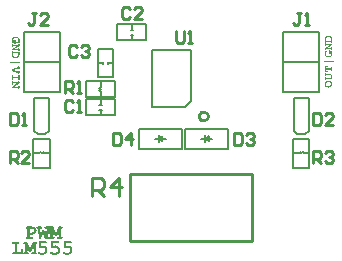
<source format=gto>
G04*
G04 #@! TF.GenerationSoftware,Altium Limited,Altium Designer,19.0.15 (446)*
G04*
G04 Layer_Color=65535*
%FSLAX25Y25*%
%MOIN*%
G70*
G01*
G75*
%ADD10C,0.01000*%
%ADD11C,0.00500*%
G36*
X18866Y25165D02*
X18917Y25158D01*
X19041Y25129D01*
X19100Y25107D01*
X19143Y25071D01*
X19151Y25063D01*
X19158Y25056D01*
X19180Y25034D01*
X19202Y25005D01*
X19238Y24925D01*
X19245Y24881D01*
X19253Y24823D01*
Y24815D01*
Y24801D01*
X19245Y24772D01*
X19238Y24735D01*
X19223Y24699D01*
X19209Y24655D01*
X19180Y24611D01*
X19143Y24575D01*
X19136Y24567D01*
X19121Y24560D01*
X19092Y24546D01*
X19056Y24531D01*
X19005Y24509D01*
X18947Y24495D01*
X18866Y24487D01*
X18779Y24480D01*
Y21754D01*
X18823D01*
X18866Y21746D01*
X18917Y21739D01*
X19041Y21710D01*
X19100Y21688D01*
X19143Y21652D01*
X19151Y21644D01*
X19158Y21637D01*
X19180Y21615D01*
X19202Y21586D01*
X19238Y21506D01*
X19245Y21462D01*
X19253Y21404D01*
Y21396D01*
Y21382D01*
X19245Y21353D01*
X19238Y21316D01*
X19223Y21280D01*
X19209Y21236D01*
X19180Y21192D01*
X19143Y21156D01*
X19136Y21148D01*
X19121Y21141D01*
X19092Y21127D01*
X19056Y21112D01*
X19005Y21090D01*
X18947Y21076D01*
X18866Y21068D01*
X18779Y21061D01*
X17787D01*
X17744Y21068D01*
X17685Y21076D01*
X17561Y21105D01*
X17510Y21127D01*
X17459Y21156D01*
X17452Y21163D01*
X17445Y21170D01*
X17430Y21192D01*
X17408Y21221D01*
X17372Y21302D01*
X17365Y21353D01*
X17357Y21404D01*
Y21411D01*
Y21433D01*
X17365Y21455D01*
X17372Y21491D01*
X17401Y21571D01*
X17423Y21615D01*
X17459Y21652D01*
X17467Y21659D01*
X17481Y21666D01*
X17510Y21681D01*
X17547Y21702D01*
X17598Y21724D01*
X17663Y21739D01*
X17744Y21746D01*
X17831Y21754D01*
X18086D01*
Y23824D01*
X17277Y22038D01*
X16679D01*
X15863Y23824D01*
Y21754D01*
X16154D01*
X16198Y21746D01*
X16249Y21739D01*
X16373Y21710D01*
X16431Y21688D01*
X16475Y21652D01*
X16483Y21644D01*
X16490Y21637D01*
X16512Y21615D01*
X16533Y21586D01*
X16570Y21506D01*
X16577Y21462D01*
X16585Y21404D01*
Y21396D01*
Y21382D01*
X16577Y21353D01*
X16570Y21316D01*
X16555Y21280D01*
X16541Y21236D01*
X16512Y21192D01*
X16475Y21156D01*
X16468Y21148D01*
X16453Y21141D01*
X16424Y21127D01*
X16388Y21112D01*
X16337Y21090D01*
X16278Y21076D01*
X16198Y21068D01*
X16111Y21061D01*
X15126D01*
X15083Y21068D01*
X15024Y21076D01*
X14908Y21105D01*
X14850Y21127D01*
X14806Y21156D01*
X14798Y21163D01*
X14791Y21170D01*
X14769Y21192D01*
X14755Y21221D01*
X14711Y21302D01*
X14704Y21353D01*
X14696Y21404D01*
Y21411D01*
Y21433D01*
X14704Y21455D01*
X14711Y21491D01*
X14726Y21535D01*
X14740Y21571D01*
X14769Y21615D01*
X14806Y21652D01*
X14813Y21659D01*
X14828Y21666D01*
X14850Y21681D01*
X14893Y21702D01*
X14937Y21724D01*
X15003Y21739D01*
X15083Y21746D01*
X15170Y21754D01*
Y24480D01*
X15126D01*
X15083Y24487D01*
X15024Y24495D01*
X14908Y24524D01*
X14895Y24529D01*
X14850Y24509D01*
X14791Y24495D01*
X14711Y24487D01*
X14624Y24480D01*
X14215Y21061D01*
X13457D01*
X12779Y23029D01*
X12130Y21061D01*
X11350D01*
X10935Y24480D01*
X10891D01*
X10847Y24487D01*
X10796Y24495D01*
X10680Y24516D01*
X10621Y24538D01*
X10578Y24567D01*
X10570Y24575D01*
X10563Y24582D01*
X10541Y24604D01*
X10526Y24633D01*
X10505Y24669D01*
X10483Y24706D01*
X10475Y24757D01*
X10468Y24815D01*
Y24823D01*
Y24845D01*
X10475Y24866D01*
X10483Y24903D01*
X10497Y24947D01*
X10512Y24990D01*
X10541Y25034D01*
X10578Y25071D01*
X10585Y25078D01*
X10599Y25085D01*
X10629Y25100D01*
X10665Y25122D01*
X10716Y25143D01*
X10774Y25158D01*
X10847Y25165D01*
X10935Y25172D01*
X12050D01*
X12094Y25165D01*
X12145Y25158D01*
X12269Y25129D01*
X12327Y25107D01*
X12371Y25071D01*
X12378Y25063D01*
X12386Y25056D01*
X12407Y25034D01*
X12429Y25005D01*
X12466Y24925D01*
X12473Y24881D01*
X12480Y24823D01*
Y24815D01*
Y24801D01*
X12473Y24772D01*
X12466Y24735D01*
X12451Y24699D01*
X12437Y24655D01*
X12407Y24611D01*
X12371Y24575D01*
X12364Y24567D01*
X12349Y24560D01*
X12320Y24546D01*
X12283Y24531D01*
X12232Y24509D01*
X12174Y24495D01*
X12094Y24487D01*
X12006Y24480D01*
X11642D01*
X11875Y22526D01*
X12422Y24145D01*
X13136D01*
X13690Y22526D01*
X13924Y24480D01*
X13515D01*
X13472Y24487D01*
X13413Y24495D01*
X13289Y24524D01*
X13238Y24546D01*
X13187Y24575D01*
X13180Y24582D01*
X13173Y24589D01*
X13158Y24611D01*
X13136Y24640D01*
X13100Y24721D01*
X13093Y24772D01*
X13085Y24823D01*
Y24830D01*
Y24852D01*
X13093Y24874D01*
X13100Y24910D01*
X13129Y24990D01*
X13151Y25034D01*
X13187Y25071D01*
X13195Y25078D01*
X13209Y25085D01*
X13238Y25100D01*
X13275Y25122D01*
X13326Y25143D01*
X13392Y25158D01*
X13472Y25165D01*
X13559Y25172D01*
X14667D01*
X14711Y25165D01*
X14762Y25158D01*
X14886Y25129D01*
X14898Y25124D01*
X14937Y25143D01*
X15003Y25158D01*
X15083Y25165D01*
X15170Y25172D01*
X16023D01*
X16978Y23080D01*
X17919Y25172D01*
X18823D01*
X18866Y25165D01*
D02*
G37*
G36*
X9120D02*
X9178Y25158D01*
X9251Y25151D01*
X9324Y25143D01*
X9411Y25122D01*
X9586Y25078D01*
X9776Y25012D01*
X9870Y24968D01*
X9958Y24917D01*
X10045Y24852D01*
X10126Y24786D01*
X10133Y24779D01*
X10140Y24772D01*
X10162Y24750D01*
X10191Y24721D01*
X10220Y24677D01*
X10257Y24633D01*
X10337Y24524D01*
X10410Y24385D01*
X10475Y24225D01*
X10505Y24137D01*
X10526Y24043D01*
X10534Y23948D01*
X10541Y23846D01*
Y23831D01*
Y23795D01*
X10534Y23736D01*
X10526Y23656D01*
X10505Y23569D01*
X10483Y23474D01*
X10446Y23372D01*
X10395Y23270D01*
X10388Y23263D01*
X10373Y23233D01*
X10352Y23197D01*
X10315Y23146D01*
X10264Y23080D01*
X10206Y23015D01*
X10133Y22934D01*
X10045Y22862D01*
X10038Y22854D01*
X10002Y22832D01*
X9958Y22796D01*
X9892Y22752D01*
X9819Y22701D01*
X9732Y22650D01*
X9637Y22606D01*
X9542Y22563D01*
X9528Y22555D01*
X9499Y22548D01*
X9440Y22534D01*
X9360Y22519D01*
X9265Y22497D01*
X9149Y22482D01*
X9018Y22475D01*
X8864Y22468D01*
X8208D01*
Y21754D01*
X8952D01*
X8996Y21746D01*
X9047Y21739D01*
X9171Y21710D01*
X9229Y21688D01*
X9273Y21652D01*
X9280Y21644D01*
X9287Y21637D01*
X9309Y21615D01*
X9331Y21586D01*
X9367Y21506D01*
X9375Y21462D01*
X9382Y21404D01*
Y21396D01*
Y21382D01*
X9375Y21353D01*
X9367Y21316D01*
X9353Y21280D01*
X9338Y21236D01*
X9309Y21192D01*
X9273Y21156D01*
X9265Y21148D01*
X9251Y21141D01*
X9222Y21127D01*
X9185Y21112D01*
X9134Y21090D01*
X9076Y21076D01*
X8996Y21068D01*
X8908Y21061D01*
X7363D01*
X7319Y21068D01*
X7261Y21076D01*
X7137Y21105D01*
X7086Y21127D01*
X7035Y21156D01*
X7027Y21163D01*
X7020Y21170D01*
X7006Y21192D01*
X6984Y21221D01*
X6947Y21302D01*
X6940Y21353D01*
X6933Y21404D01*
Y21411D01*
Y21433D01*
X6940Y21455D01*
X6947Y21491D01*
X6976Y21571D01*
X6998Y21615D01*
X7035Y21652D01*
X7042Y21659D01*
X7057Y21666D01*
X7086Y21681D01*
X7122Y21702D01*
X7173Y21724D01*
X7239Y21739D01*
X7319Y21746D01*
X7406Y21754D01*
X7516D01*
Y24480D01*
X7363D01*
X7319Y24487D01*
X7261Y24495D01*
X7137Y24524D01*
X7086Y24546D01*
X7035Y24575D01*
X7027Y24582D01*
X7020Y24589D01*
X7006Y24611D01*
X6984Y24640D01*
X6947Y24721D01*
X6940Y24772D01*
X6933Y24823D01*
Y24830D01*
Y24852D01*
X6940Y24874D01*
X6947Y24910D01*
X6976Y24990D01*
X6998Y25034D01*
X7035Y25071D01*
X7042Y25078D01*
X7057Y25085D01*
X7086Y25100D01*
X7122Y25122D01*
X7173Y25143D01*
X7239Y25158D01*
X7319Y25165D01*
X7406Y25172D01*
X9069D01*
X9120Y25165D01*
D02*
G37*
G36*
X10308Y19954D02*
X10359Y19947D01*
X10483Y19918D01*
X10541Y19896D01*
X10585Y19860D01*
X10592Y19852D01*
X10599Y19845D01*
X10621Y19823D01*
X10643Y19794D01*
X10680Y19714D01*
X10687Y19670D01*
X10694Y19612D01*
Y19604D01*
Y19590D01*
X10687Y19561D01*
X10680Y19524D01*
X10665Y19488D01*
X10650Y19444D01*
X10621Y19400D01*
X10585Y19364D01*
X10578Y19357D01*
X10563Y19349D01*
X10534Y19335D01*
X10497Y19320D01*
X10446Y19298D01*
X10388Y19284D01*
X10308Y19276D01*
X10220Y19269D01*
Y16543D01*
X10264D01*
X10308Y16535D01*
X10359Y16528D01*
X10483Y16499D01*
X10541Y16477D01*
X10585Y16441D01*
X10592Y16433D01*
X10599Y16426D01*
X10621Y16404D01*
X10643Y16375D01*
X10680Y16295D01*
X10687Y16251D01*
X10694Y16193D01*
Y16185D01*
Y16171D01*
X10687Y16142D01*
X10680Y16105D01*
X10665Y16069D01*
X10650Y16025D01*
X10621Y15981D01*
X10585Y15945D01*
X10578Y15938D01*
X10563Y15930D01*
X10534Y15916D01*
X10497Y15901D01*
X10446Y15879D01*
X10388Y15865D01*
X10308Y15857D01*
X10220Y15850D01*
X9229D01*
X9185Y15857D01*
X9127Y15865D01*
X9003Y15894D01*
X8952Y15916D01*
X8901Y15945D01*
X8894Y15952D01*
X8886Y15959D01*
X8872Y15981D01*
X8850Y16011D01*
X8813Y16091D01*
X8806Y16142D01*
X8799Y16193D01*
Y16200D01*
Y16222D01*
X8806Y16244D01*
X8813Y16280D01*
X8843Y16360D01*
X8864Y16404D01*
X8901Y16441D01*
X8908Y16448D01*
X8923Y16455D01*
X8952Y16470D01*
X8988Y16492D01*
X9039Y16513D01*
X9105Y16528D01*
X9185Y16535D01*
X9273Y16543D01*
X9528D01*
Y18613D01*
X8719Y16827D01*
X8121D01*
X7304Y18613D01*
Y16543D01*
X7596D01*
X7640Y16535D01*
X7691Y16528D01*
X7815Y16499D01*
X7873Y16477D01*
X7917Y16441D01*
X7924Y16433D01*
X7931Y16426D01*
X7953Y16404D01*
X7975Y16375D01*
X8011Y16295D01*
X8019Y16251D01*
X8026Y16193D01*
Y16185D01*
Y16171D01*
X8019Y16142D01*
X8011Y16105D01*
X7997Y16069D01*
X7982Y16025D01*
X7953Y15981D01*
X7917Y15945D01*
X7909Y15938D01*
X7895Y15930D01*
X7866Y15916D01*
X7829Y15901D01*
X7778Y15879D01*
X7720Y15865D01*
X7640Y15857D01*
X7552Y15850D01*
X6568D01*
X6524Y15857D01*
X6466Y15865D01*
X6349Y15894D01*
X6291Y15916D01*
X6247Y15945D01*
X6240Y15952D01*
X6233Y15959D01*
X6211Y15981D01*
X6196Y16011D01*
X6152Y16091D01*
X6145Y16142D01*
X6138Y16193D01*
Y16200D01*
Y16222D01*
X6145Y16244D01*
X6152Y16280D01*
X6167Y16324D01*
X6182Y16360D01*
X6211Y16404D01*
X6247Y16441D01*
X6255Y16448D01*
X6269Y16455D01*
X6291Y16470D01*
X6335Y16492D01*
X6379Y16513D01*
X6444Y16528D01*
X6524Y16535D01*
X6612Y16543D01*
Y19269D01*
X6568D01*
X6524Y19276D01*
X6466Y19284D01*
X6349Y19313D01*
X6291Y19335D01*
X6247Y19364D01*
X6240Y19371D01*
X6233Y19378D01*
X6211Y19400D01*
X6196Y19430D01*
X6152Y19510D01*
X6145Y19561D01*
X6138Y19612D01*
Y19619D01*
Y19641D01*
X6145Y19663D01*
X6152Y19699D01*
X6167Y19743D01*
X6182Y19779D01*
X6211Y19823D01*
X6247Y19860D01*
X6255Y19867D01*
X6269Y19874D01*
X6291Y19889D01*
X6335Y19911D01*
X6379Y19932D01*
X6444Y19947D01*
X6524Y19954D01*
X6612Y19962D01*
X7465D01*
X8420Y17869D01*
X9360Y19962D01*
X10264D01*
X10308Y19954D01*
D02*
G37*
G36*
X21841Y20231D02*
X21892Y20224D01*
X22008Y20195D01*
X22067Y20173D01*
X22110Y20137D01*
X22118Y20129D01*
X22125Y20122D01*
X22147Y20100D01*
X22169Y20071D01*
X22205Y19991D01*
X22212Y19947D01*
X22220Y19889D01*
Y19882D01*
Y19867D01*
X22212Y19838D01*
X22205Y19801D01*
X22190Y19765D01*
X22176Y19721D01*
X22147Y19677D01*
X22110Y19641D01*
X22103Y19634D01*
X22088Y19626D01*
X22059Y19612D01*
X22023Y19597D01*
X21972Y19575D01*
X21914Y19561D01*
X21841Y19553D01*
X21753Y19546D01*
X20317D01*
Y18715D01*
X20324D01*
X20332Y18722D01*
X20354Y18730D01*
X20383Y18737D01*
X20456Y18752D01*
X20550Y18781D01*
X20660Y18802D01*
X20776Y18817D01*
X20900Y18832D01*
X21017Y18839D01*
X21082D01*
X21126Y18832D01*
X21177Y18824D01*
X21243Y18817D01*
X21316Y18802D01*
X21389Y18781D01*
X21556Y18730D01*
X21644Y18693D01*
X21739Y18649D01*
X21826Y18598D01*
X21914Y18540D01*
X22001Y18474D01*
X22081Y18394D01*
X22088Y18387D01*
X22103Y18372D01*
X22118Y18351D01*
X22147Y18314D01*
X22183Y18270D01*
X22220Y18219D01*
X22256Y18161D01*
X22300Y18088D01*
X22336Y18015D01*
X22373Y17928D01*
X22409Y17833D01*
X22446Y17731D01*
X22475Y17629D01*
X22489Y17512D01*
X22504Y17388D01*
X22511Y17264D01*
Y17257D01*
Y17235D01*
Y17199D01*
X22504Y17148D01*
X22497Y17089D01*
X22489Y17017D01*
X22475Y16944D01*
X22460Y16863D01*
X22409Y16681D01*
X22373Y16586D01*
X22329Y16499D01*
X22278Y16404D01*
X22227Y16317D01*
X22154Y16229D01*
X22081Y16149D01*
X22074Y16142D01*
X22059Y16134D01*
X22037Y16113D01*
X22001Y16083D01*
X21957Y16054D01*
X21899Y16025D01*
X21833Y15989D01*
X21753Y15952D01*
X21666Y15908D01*
X21571Y15872D01*
X21462Y15843D01*
X21345Y15814D01*
X21214Y15785D01*
X21075Y15763D01*
X20922Y15755D01*
X20762Y15748D01*
X20689D01*
X20630Y15755D01*
X20565D01*
X20492Y15763D01*
X20404Y15770D01*
X20317Y15785D01*
X20120Y15821D01*
X19916Y15872D01*
X19712Y15945D01*
X19617Y15989D01*
X19530Y16040D01*
X19515Y16047D01*
X19486Y16069D01*
X19450Y16105D01*
X19399Y16149D01*
X19347Y16207D01*
X19311Y16273D01*
X19282Y16346D01*
X19267Y16426D01*
Y16433D01*
Y16448D01*
X19275Y16477D01*
X19282Y16506D01*
X19311Y16586D01*
X19333Y16630D01*
X19369Y16667D01*
X19377Y16674D01*
X19391Y16681D01*
X19413Y16703D01*
X19442Y16725D01*
X19515Y16761D01*
X19566Y16769D01*
X19617Y16776D01*
X19639D01*
X19661Y16769D01*
X19690Y16761D01*
X19734Y16747D01*
X19778Y16725D01*
X19821Y16696D01*
X19872Y16659D01*
X19880Y16652D01*
X19894Y16637D01*
X19923Y16623D01*
X19960Y16594D01*
X20055Y16543D01*
X20164Y16499D01*
X20171D01*
X20200Y16492D01*
X20251Y16484D01*
X20317Y16470D01*
X20397Y16463D01*
X20492Y16448D01*
X20601Y16441D01*
X20820D01*
X20871Y16448D01*
X20929D01*
X21068Y16463D01*
X21206Y16492D01*
X21352Y16521D01*
X21483Y16572D01*
X21534Y16601D01*
X21586Y16637D01*
X21593Y16645D01*
X21622Y16674D01*
X21658Y16725D01*
X21702Y16791D01*
X21746Y16878D01*
X21782Y16987D01*
X21811Y17119D01*
X21819Y17264D01*
Y17272D01*
Y17286D01*
Y17301D01*
Y17330D01*
X21804Y17403D01*
X21790Y17498D01*
X21760Y17600D01*
X21724Y17709D01*
X21666Y17811D01*
X21593Y17906D01*
X21586Y17913D01*
X21549Y17942D01*
X21505Y17979D01*
X21440Y18030D01*
X21352Y18074D01*
X21257Y18110D01*
X21141Y18139D01*
X21017Y18146D01*
X20951D01*
X20871Y18132D01*
X20769Y18117D01*
X20645Y18088D01*
X20499Y18044D01*
X20339Y17979D01*
X20164Y17899D01*
X20157D01*
X20149Y17891D01*
X20098Y17869D01*
X20040Y17848D01*
X19974Y17840D01*
X19952D01*
X19923Y17848D01*
X19887Y17855D01*
X19799Y17884D01*
X19763Y17906D01*
X19719Y17942D01*
X19712Y17950D01*
X19705Y17964D01*
X19690Y17986D01*
X19676Y18022D01*
X19654Y18059D01*
X19639Y18110D01*
X19632Y18161D01*
X19624Y18227D01*
Y20239D01*
X21797D01*
X21841Y20231D01*
D02*
G37*
G36*
X17671D02*
X17722Y20224D01*
X17838Y20195D01*
X17897Y20173D01*
X17941Y20137D01*
X17948Y20129D01*
X17955Y20122D01*
X17977Y20100D01*
X17999Y20071D01*
X18035Y19991D01*
X18043Y19947D01*
X18050Y19889D01*
Y19882D01*
Y19867D01*
X18043Y19838D01*
X18035Y19801D01*
X18021Y19765D01*
X18006Y19721D01*
X17977Y19677D01*
X17941Y19641D01*
X17933Y19634D01*
X17919Y19626D01*
X17889Y19612D01*
X17853Y19597D01*
X17802Y19575D01*
X17744Y19561D01*
X17671Y19553D01*
X17583Y19546D01*
X16147D01*
Y18715D01*
X16154D01*
X16162Y18722D01*
X16184Y18730D01*
X16213Y18737D01*
X16286Y18752D01*
X16380Y18781D01*
X16490Y18802D01*
X16606Y18817D01*
X16730Y18832D01*
X16847Y18839D01*
X16913D01*
X16956Y18832D01*
X17007Y18824D01*
X17073Y18817D01*
X17146Y18802D01*
X17219Y18781D01*
X17386Y18730D01*
X17474Y18693D01*
X17569Y18649D01*
X17656Y18598D01*
X17744Y18540D01*
X17831Y18474D01*
X17911Y18394D01*
X17919Y18387D01*
X17933Y18372D01*
X17948Y18351D01*
X17977Y18314D01*
X18013Y18270D01*
X18050Y18219D01*
X18086Y18161D01*
X18130Y18088D01*
X18167Y18015D01*
X18203Y17928D01*
X18239Y17833D01*
X18276Y17731D01*
X18305Y17629D01*
X18319Y17512D01*
X18334Y17388D01*
X18341Y17264D01*
Y17257D01*
Y17235D01*
Y17199D01*
X18334Y17148D01*
X18327Y17089D01*
X18319Y17017D01*
X18305Y16944D01*
X18290Y16863D01*
X18239Y16681D01*
X18203Y16586D01*
X18159Y16499D01*
X18108Y16404D01*
X18057Y16317D01*
X17984Y16229D01*
X17911Y16149D01*
X17904Y16142D01*
X17889Y16134D01*
X17868Y16113D01*
X17831Y16083D01*
X17787Y16054D01*
X17729Y16025D01*
X17663Y15989D01*
X17583Y15952D01*
X17496Y15908D01*
X17401Y15872D01*
X17292Y15843D01*
X17175Y15814D01*
X17044Y15785D01*
X16905Y15763D01*
X16752Y15755D01*
X16592Y15748D01*
X16519D01*
X16461Y15755D01*
X16395D01*
X16322Y15763D01*
X16235Y15770D01*
X16147Y15785D01*
X15950Y15821D01*
X15746Y15872D01*
X15542Y15945D01*
X15447Y15989D01*
X15360Y16040D01*
X15345Y16047D01*
X15316Y16069D01*
X15280Y16105D01*
X15229Y16149D01*
X15178Y16207D01*
X15141Y16273D01*
X15112Y16346D01*
X15097Y16426D01*
Y16433D01*
Y16448D01*
X15105Y16477D01*
X15112Y16506D01*
X15141Y16586D01*
X15163Y16630D01*
X15199Y16667D01*
X15207Y16674D01*
X15221Y16681D01*
X15243Y16703D01*
X15272Y16725D01*
X15345Y16761D01*
X15396Y16769D01*
X15447Y16776D01*
X15469D01*
X15491Y16769D01*
X15520Y16761D01*
X15564Y16747D01*
X15608Y16725D01*
X15651Y16696D01*
X15702Y16659D01*
X15710Y16652D01*
X15724Y16637D01*
X15754Y16623D01*
X15790Y16594D01*
X15885Y16543D01*
X15994Y16499D01*
X16001D01*
X16030Y16492D01*
X16082Y16484D01*
X16147Y16470D01*
X16227Y16463D01*
X16322Y16448D01*
X16431Y16441D01*
X16650D01*
X16701Y16448D01*
X16759D01*
X16898Y16463D01*
X17037Y16492D01*
X17182Y16521D01*
X17313Y16572D01*
X17365Y16601D01*
X17416Y16637D01*
X17423Y16645D01*
X17452Y16674D01*
X17489Y16725D01*
X17532Y16791D01*
X17576Y16878D01*
X17612Y16987D01*
X17642Y17119D01*
X17649Y17264D01*
Y17272D01*
Y17286D01*
Y17301D01*
Y17330D01*
X17634Y17403D01*
X17620Y17498D01*
X17591Y17600D01*
X17554Y17709D01*
X17496Y17811D01*
X17423Y17906D01*
X17416Y17913D01*
X17379Y17942D01*
X17335Y17979D01*
X17270Y18030D01*
X17182Y18074D01*
X17087Y18110D01*
X16971Y18139D01*
X16847Y18146D01*
X16781D01*
X16701Y18132D01*
X16599Y18117D01*
X16475Y18088D01*
X16329Y18044D01*
X16169Y17979D01*
X15994Y17899D01*
X15987D01*
X15979Y17891D01*
X15928Y17869D01*
X15870Y17848D01*
X15804Y17840D01*
X15783D01*
X15754Y17848D01*
X15717Y17855D01*
X15630Y17884D01*
X15593Y17906D01*
X15549Y17942D01*
X15542Y17950D01*
X15535Y17964D01*
X15520Y17986D01*
X15506Y18022D01*
X15484Y18059D01*
X15469Y18110D01*
X15462Y18161D01*
X15455Y18227D01*
Y20239D01*
X17627D01*
X17671Y20231D01*
D02*
G37*
G36*
X13501D02*
X13552Y20224D01*
X13668Y20195D01*
X13727Y20173D01*
X13771Y20137D01*
X13778Y20129D01*
X13785Y20122D01*
X13807Y20100D01*
X13829Y20071D01*
X13865Y19991D01*
X13873Y19947D01*
X13880Y19889D01*
Y19882D01*
Y19867D01*
X13873Y19838D01*
X13865Y19801D01*
X13851Y19765D01*
X13836Y19721D01*
X13807Y19677D01*
X13771Y19641D01*
X13763Y19634D01*
X13749Y19626D01*
X13720Y19612D01*
X13683Y19597D01*
X13632Y19575D01*
X13574Y19561D01*
X13501Y19553D01*
X13413Y19546D01*
X11977D01*
Y18715D01*
X11985D01*
X11992Y18722D01*
X12014Y18730D01*
X12043Y18737D01*
X12116Y18752D01*
X12211Y18781D01*
X12320Y18802D01*
X12437Y18817D01*
X12560Y18832D01*
X12677Y18839D01*
X12743D01*
X12786Y18832D01*
X12837Y18824D01*
X12903Y18817D01*
X12976Y18802D01*
X13049Y18781D01*
X13216Y18730D01*
X13304Y18693D01*
X13399Y18649D01*
X13486Y18598D01*
X13574Y18540D01*
X13661Y18474D01*
X13741Y18394D01*
X13749Y18387D01*
X13763Y18372D01*
X13778Y18351D01*
X13807Y18314D01*
X13844Y18270D01*
X13880Y18219D01*
X13916Y18161D01*
X13960Y18088D01*
X13997Y18015D01*
X14033Y17928D01*
X14070Y17833D01*
X14106Y17731D01*
X14135Y17629D01*
X14150Y17512D01*
X14164Y17388D01*
X14172Y17264D01*
Y17257D01*
Y17235D01*
Y17199D01*
X14164Y17148D01*
X14157Y17089D01*
X14150Y17017D01*
X14135Y16944D01*
X14120Y16863D01*
X14070Y16681D01*
X14033Y16586D01*
X13989Y16499D01*
X13938Y16404D01*
X13887Y16317D01*
X13814Y16229D01*
X13741Y16149D01*
X13734Y16142D01*
X13720Y16134D01*
X13698Y16113D01*
X13661Y16083D01*
X13618Y16054D01*
X13559Y16025D01*
X13494Y15989D01*
X13413Y15952D01*
X13326Y15908D01*
X13231Y15872D01*
X13122Y15843D01*
X13005Y15814D01*
X12874Y15785D01*
X12735Y15763D01*
X12582Y15755D01*
X12422Y15748D01*
X12349D01*
X12291Y15755D01*
X12225D01*
X12152Y15763D01*
X12065Y15770D01*
X11977Y15785D01*
X11780Y15821D01*
X11576Y15872D01*
X11372Y15945D01*
X11277Y15989D01*
X11190Y16040D01*
X11175Y16047D01*
X11146Y16069D01*
X11110Y16105D01*
X11059Y16149D01*
X11008Y16207D01*
X10971Y16273D01*
X10942Y16346D01*
X10927Y16426D01*
Y16433D01*
Y16448D01*
X10935Y16477D01*
X10942Y16506D01*
X10971Y16586D01*
X10993Y16630D01*
X11029Y16667D01*
X11037Y16674D01*
X11051Y16681D01*
X11073Y16703D01*
X11102Y16725D01*
X11175Y16761D01*
X11226Y16769D01*
X11277Y16776D01*
X11299D01*
X11321Y16769D01*
X11350Y16761D01*
X11394Y16747D01*
X11438Y16725D01*
X11481Y16696D01*
X11533Y16659D01*
X11540Y16652D01*
X11554Y16637D01*
X11584Y16623D01*
X11620Y16594D01*
X11715Y16543D01*
X11824Y16499D01*
X11831D01*
X11861Y16492D01*
X11912Y16484D01*
X11977Y16470D01*
X12057Y16463D01*
X12152Y16448D01*
X12262Y16441D01*
X12480D01*
X12531Y16448D01*
X12590D01*
X12728Y16463D01*
X12867Y16492D01*
X13012Y16521D01*
X13144Y16572D01*
X13195Y16601D01*
X13246Y16637D01*
X13253Y16645D01*
X13282Y16674D01*
X13319Y16725D01*
X13362Y16791D01*
X13406Y16878D01*
X13442Y16987D01*
X13472Y17119D01*
X13479Y17264D01*
Y17272D01*
Y17286D01*
Y17301D01*
Y17330D01*
X13464Y17403D01*
X13450Y17498D01*
X13421Y17600D01*
X13384Y17709D01*
X13326Y17811D01*
X13253Y17906D01*
X13246Y17913D01*
X13209Y17942D01*
X13165Y17979D01*
X13100Y18030D01*
X13012Y18074D01*
X12918Y18110D01*
X12801Y18139D01*
X12677Y18146D01*
X12611D01*
X12531Y18132D01*
X12429Y18117D01*
X12305Y18088D01*
X12160Y18044D01*
X11999Y17979D01*
X11824Y17899D01*
X11817D01*
X11810Y17891D01*
X11759Y17869D01*
X11700Y17848D01*
X11635Y17840D01*
X11613D01*
X11584Y17848D01*
X11547Y17855D01*
X11460Y17884D01*
X11423Y17906D01*
X11379Y17942D01*
X11372Y17950D01*
X11365Y17964D01*
X11350Y17986D01*
X11336Y18022D01*
X11314Y18059D01*
X11299Y18110D01*
X11292Y18161D01*
X11285Y18227D01*
Y20239D01*
X13457D01*
X13501Y20231D01*
D02*
G37*
G36*
X4425Y19954D02*
X4476Y19947D01*
X4600Y19918D01*
X4658Y19896D01*
X4702Y19860D01*
X4709Y19852D01*
X4716Y19845D01*
X4738Y19823D01*
X4760Y19794D01*
X4797Y19714D01*
X4804Y19670D01*
X4811Y19612D01*
Y19604D01*
Y19590D01*
X4804Y19561D01*
X4797Y19524D01*
X4782Y19488D01*
X4767Y19444D01*
X4738Y19400D01*
X4702Y19364D01*
X4694Y19357D01*
X4680Y19349D01*
X4651Y19335D01*
X4614Y19320D01*
X4563Y19298D01*
X4505Y19284D01*
X4425Y19276D01*
X4337Y19269D01*
X3929D01*
Y16543D01*
X5438D01*
Y17199D01*
Y17213D01*
Y17243D01*
X5445Y17286D01*
X5453Y17337D01*
X5482Y17461D01*
X5504Y17519D01*
X5533Y17563D01*
X5540Y17571D01*
X5548Y17578D01*
X5569Y17600D01*
X5598Y17622D01*
X5679Y17658D01*
X5730Y17665D01*
X5781Y17673D01*
X5810D01*
X5832Y17665D01*
X5868Y17658D01*
X5912Y17643D01*
X5948Y17629D01*
X5992Y17600D01*
X6029Y17563D01*
X6036Y17556D01*
X6043Y17541D01*
X6058Y17512D01*
X6080Y17476D01*
X6101Y17425D01*
X6116Y17366D01*
X6123Y17286D01*
X6131Y17199D01*
Y15850D01*
X2792D01*
X2748Y15857D01*
X2690Y15865D01*
X2566Y15894D01*
X2515Y15916D01*
X2464Y15945D01*
X2457Y15952D01*
X2449Y15959D01*
X2435Y15981D01*
X2413Y16011D01*
X2376Y16091D01*
X2369Y16142D01*
X2362Y16193D01*
Y16200D01*
Y16222D01*
X2369Y16244D01*
X2376Y16280D01*
X2406Y16360D01*
X2427Y16404D01*
X2464Y16441D01*
X2471Y16448D01*
X2486Y16455D01*
X2515Y16470D01*
X2551Y16492D01*
X2602Y16513D01*
X2668Y16528D01*
X2748Y16535D01*
X2836Y16543D01*
X3237D01*
Y19269D01*
X2792D01*
X2748Y19276D01*
X2690Y19284D01*
X2566Y19313D01*
X2515Y19335D01*
X2464Y19364D01*
X2457Y19371D01*
X2449Y19378D01*
X2435Y19400D01*
X2413Y19430D01*
X2376Y19510D01*
X2369Y19561D01*
X2362Y19612D01*
Y19619D01*
Y19641D01*
X2369Y19663D01*
X2376Y19699D01*
X2406Y19779D01*
X2427Y19823D01*
X2464Y19860D01*
X2471Y19867D01*
X2486Y19874D01*
X2515Y19889D01*
X2551Y19911D01*
X2602Y19932D01*
X2668Y19947D01*
X2748Y19954D01*
X2836Y19962D01*
X4381D01*
X4425Y19954D01*
D02*
G37*
G36*
X108063Y88694D02*
X108128Y88685D01*
X108198Y88677D01*
X108277Y88659D01*
X108360Y88637D01*
X108439Y88607D01*
X108443D01*
X108447Y88602D01*
X108473Y88589D01*
X108508Y88572D01*
X108556Y88541D01*
X108609Y88506D01*
X108666Y88467D01*
X108722Y88419D01*
X108775Y88366D01*
X108779Y88362D01*
X108797Y88340D01*
X108819Y88314D01*
X108845Y88279D01*
X108876Y88235D01*
X108906Y88192D01*
X108937Y88139D01*
X108963Y88091D01*
Y88087D01*
X108967Y88082D01*
X108972Y88069D01*
X108976Y88056D01*
X108993Y88012D01*
X109007Y87951D01*
X109024Y87873D01*
X109042Y87785D01*
X109050Y87680D01*
X109055Y87562D01*
Y86693D01*
X109050Y86666D01*
X109046Y86632D01*
X109028Y86557D01*
X109015Y86527D01*
X108998Y86496D01*
X108993Y86492D01*
X108989Y86487D01*
X108976Y86479D01*
X108958Y86465D01*
X108910Y86444D01*
X108880Y86439D01*
X108849Y86435D01*
X108845D01*
X108832D01*
X108819Y86439D01*
X108797Y86444D01*
X108749Y86461D01*
X108722Y86474D01*
X108701Y86496D01*
X108696Y86500D01*
X108692Y86509D01*
X108683Y86527D01*
X108670Y86548D01*
X108657Y86579D01*
X108648Y86618D01*
X108644Y86666D01*
X108640Y86719D01*
X107005D01*
Y86693D01*
X107001Y86666D01*
X106996Y86632D01*
X106979Y86557D01*
X106966Y86527D01*
X106948Y86496D01*
X106944Y86492D01*
X106940Y86487D01*
X106927Y86479D01*
X106909Y86465D01*
X106861Y86444D01*
X106830Y86439D01*
X106800Y86435D01*
X106795D01*
X106782D01*
X106769Y86439D01*
X106747Y86444D01*
X106699Y86461D01*
X106673Y86474D01*
X106651Y86496D01*
X106647Y86500D01*
X106642Y86509D01*
X106634Y86527D01*
X106621Y86548D01*
X106607Y86579D01*
X106599Y86618D01*
X106594Y86666D01*
X106590Y86719D01*
X106594Y87597D01*
Y87632D01*
X106599Y87672D01*
X106603Y87724D01*
X106612Y87785D01*
X106625Y87851D01*
X106642Y87921D01*
X106669Y87995D01*
Y87999D01*
X106673Y88004D01*
X106682Y88030D01*
X106699Y88065D01*
X106721Y88108D01*
X106747Y88161D01*
X106782Y88213D01*
X106817Y88266D01*
X106861Y88314D01*
X106865Y88318D01*
X106878Y88331D01*
X106896Y88349D01*
X106922Y88371D01*
X106957Y88397D01*
X107001Y88428D01*
X107049Y88463D01*
X107101Y88498D01*
X107110Y88502D01*
X107127Y88515D01*
X107158Y88532D01*
X107197Y88554D01*
X107241Y88576D01*
X107293Y88602D01*
X107346Y88624D01*
X107403Y88646D01*
X107412Y88650D01*
X107429Y88655D01*
X107460Y88664D01*
X107503Y88672D01*
X107556Y88681D01*
X107621Y88690D01*
X107691Y88699D01*
X107770D01*
X107971D01*
X107975D01*
X107984D01*
X107997D01*
X108015D01*
X108063Y88694D01*
D02*
G37*
G36*
X106830Y86391D02*
X106852Y86387D01*
X106874Y86378D01*
X106900Y86369D01*
X106927Y86352D01*
X106948Y86330D01*
X106953Y86326D01*
X106957Y86317D01*
X106966Y86299D01*
X106974Y86278D01*
X106988Y86247D01*
X106996Y86212D01*
X107001Y86164D01*
X107005Y86111D01*
X109055D01*
Y85705D01*
X107381Y84621D01*
X108640D01*
Y84796D01*
X108644Y84822D01*
X108648Y84853D01*
X108666Y84927D01*
X108679Y84962D01*
X108701Y84988D01*
X108705Y84993D01*
X108709Y84997D01*
X108722Y85010D01*
X108740Y85023D01*
X108788Y85045D01*
X108814Y85049D01*
X108849Y85054D01*
X108854D01*
X108862D01*
X108880Y85049D01*
X108902Y85045D01*
X108924Y85036D01*
X108950Y85028D01*
X108976Y85010D01*
X108998Y84988D01*
X109002Y84984D01*
X109007Y84975D01*
X109015Y84958D01*
X109024Y84936D01*
X109037Y84905D01*
X109046Y84870D01*
X109050Y84822D01*
X109055Y84770D01*
Y84180D01*
X109050Y84154D01*
X109046Y84119D01*
X109028Y84044D01*
X109015Y84014D01*
X108998Y83983D01*
X108993Y83979D01*
X108989Y83974D01*
X108976Y83966D01*
X108958Y83953D01*
X108910Y83931D01*
X108880Y83926D01*
X108849Y83922D01*
X108845D01*
X108832D01*
X108819Y83926D01*
X108797Y83931D01*
X108749Y83948D01*
X108722Y83961D01*
X108701Y83983D01*
X108696Y83988D01*
X108692Y83996D01*
X108683Y84014D01*
X108670Y84036D01*
X108657Y84066D01*
X108648Y84106D01*
X108644Y84154D01*
X108640Y84206D01*
X107005D01*
Y84114D01*
X107001Y84088D01*
X106996Y84053D01*
X106979Y83979D01*
X106966Y83948D01*
X106948Y83918D01*
X106944Y83913D01*
X106940Y83909D01*
X106927Y83900D01*
X106909Y83887D01*
X106861Y83865D01*
X106830Y83861D01*
X106800Y83856D01*
X106795D01*
X106782D01*
X106769Y83861D01*
X106747Y83865D01*
X106699Y83883D01*
X106673Y83896D01*
X106651Y83918D01*
X106647Y83922D01*
X106642Y83931D01*
X106634Y83948D01*
X106621Y83970D01*
X106607Y84001D01*
X106599Y84040D01*
X106594Y84088D01*
X106590Y84141D01*
Y84613D01*
X108264Y85696D01*
X107005D01*
Y85522D01*
X107001Y85495D01*
X106996Y85460D01*
X106979Y85386D01*
X106966Y85355D01*
X106948Y85325D01*
X106944Y85321D01*
X106940Y85316D01*
X106927Y85307D01*
X106909Y85294D01*
X106861Y85272D01*
X106830Y85268D01*
X106800Y85264D01*
X106795D01*
X106782D01*
X106769Y85268D01*
X106747Y85272D01*
X106699Y85290D01*
X106673Y85303D01*
X106651Y85325D01*
X106647Y85329D01*
X106642Y85338D01*
X106634Y85355D01*
X106621Y85377D01*
X106607Y85408D01*
X106599Y85447D01*
X106594Y85495D01*
X106590Y85548D01*
Y86138D01*
X106594Y86164D01*
X106599Y86194D01*
X106616Y86269D01*
X106629Y86304D01*
X106651Y86330D01*
X106656Y86334D01*
X106660Y86339D01*
X106673Y86352D01*
X106691Y86365D01*
X106739Y86387D01*
X106765Y86391D01*
X106800Y86396D01*
X106804D01*
X106813D01*
X106830Y86391D01*
D02*
G37*
G36*
X108124Y83905D02*
X108146Y83900D01*
X108168Y83891D01*
X108194Y83883D01*
X108220Y83865D01*
X108242Y83843D01*
X108246Y83839D01*
X108251Y83830D01*
X108259Y83817D01*
X108268Y83800D01*
X108290Y83756D01*
X108294Y83730D01*
X108299Y83704D01*
X108858D01*
Y83699D01*
X108862Y83691D01*
X108871Y83677D01*
X108884Y83656D01*
X108893Y83634D01*
X108910Y83603D01*
X108941Y83538D01*
X108976Y83459D01*
X109011Y83380D01*
X109042Y83297D01*
X109063Y83218D01*
X109068Y83210D01*
X109072Y83183D01*
X109081Y83144D01*
X109090Y83092D01*
X109103Y83026D01*
X109111Y82956D01*
X109116Y82873D01*
X109120Y82790D01*
Y82738D01*
X109116Y82707D01*
Y82677D01*
X109107Y82598D01*
X109098Y82506D01*
X109081Y82406D01*
X109059Y82301D01*
X109028Y82196D01*
Y82191D01*
X109024Y82187D01*
X109015Y82161D01*
X108998Y82122D01*
X108976Y82074D01*
X108950Y82021D01*
X108919Y81964D01*
X108884Y81907D01*
X108845Y81859D01*
X108841Y81855D01*
X108823Y81838D01*
X108797Y81816D01*
X108762Y81785D01*
X108714Y81750D01*
X108657Y81711D01*
X108591Y81672D01*
X108513Y81632D01*
X108508D01*
X108504Y81628D01*
X108491Y81624D01*
X108473Y81615D01*
X108430Y81602D01*
X108369Y81584D01*
X108294Y81562D01*
X108211Y81549D01*
X108119Y81536D01*
X108019Y81532D01*
X107722D01*
X107717D01*
X107704D01*
X107683D01*
X107652Y81536D01*
X107613Y81540D01*
X107573Y81545D01*
X107525Y81554D01*
X107473Y81562D01*
X107355Y81593D01*
X107293Y81615D01*
X107228Y81641D01*
X107167Y81667D01*
X107101Y81702D01*
X107036Y81741D01*
X106974Y81785D01*
X106970Y81789D01*
X106957Y81803D01*
X106935Y81820D01*
X106905Y81846D01*
X106870Y81881D01*
X106835Y81925D01*
X106791Y81973D01*
X106752Y82030D01*
X106708Y82091D01*
X106669Y82161D01*
X106634Y82240D01*
X106599Y82323D01*
X106568Y82410D01*
X106546Y82506D01*
X106533Y82607D01*
X106529Y82716D01*
Y82777D01*
X106533Y82821D01*
X106537Y82869D01*
X106542Y82926D01*
X106564Y83039D01*
Y83048D01*
X106568Y83065D01*
X106577Y83096D01*
X106590Y83135D01*
X106603Y83179D01*
X106621Y83232D01*
X106669Y83337D01*
X106664Y83341D01*
X106656Y83350D01*
X106642Y83367D01*
X106629Y83389D01*
X106603Y83441D01*
X106594Y83468D01*
X106590Y83498D01*
Y83516D01*
X106594Y83529D01*
X106599Y83551D01*
X106607Y83577D01*
X106616Y83599D01*
X106634Y83625D01*
X106656Y83647D01*
X106660Y83651D01*
X106669Y83656D01*
X106682Y83664D01*
X106704Y83677D01*
X106734Y83686D01*
X106773Y83695D01*
X106817Y83699D01*
X106870Y83704D01*
X107141D01*
X107145D01*
X107167D01*
X107193Y83699D01*
X107224Y83695D01*
X107293Y83677D01*
X107328Y83664D01*
X107355Y83642D01*
X107359Y83638D01*
X107363Y83634D01*
X107372Y83621D01*
X107385Y83603D01*
X107407Y83555D01*
X107412Y83529D01*
X107416Y83494D01*
Y83481D01*
X107412Y83468D01*
Y83455D01*
X107398Y83411D01*
X107372Y83372D01*
X107363Y83363D01*
X107355Y83358D01*
X107342Y83345D01*
X107324Y83337D01*
X107302Y83323D01*
X107272Y83310D01*
X107237Y83302D01*
X107232D01*
X107219Y83297D01*
X107202Y83293D01*
X107180Y83284D01*
X107132Y83267D01*
X107114Y83254D01*
X107097Y83240D01*
X107092Y83236D01*
X107088Y83232D01*
X107075Y83214D01*
X107062Y83197D01*
X107044Y83166D01*
X107027Y83135D01*
X107009Y83092D01*
X106992Y83044D01*
X106988Y83039D01*
X106983Y83017D01*
X106974Y82991D01*
X106966Y82952D01*
X106957Y82904D01*
X106953Y82851D01*
X106944Y82795D01*
Y82685D01*
X106948Y82642D01*
X106957Y82581D01*
X106970Y82515D01*
X106988Y82441D01*
X107014Y82366D01*
X107049Y82296D01*
X107053Y82292D01*
X107062Y82275D01*
X107084Y82248D01*
X107110Y82218D01*
X107145Y82178D01*
X107189Y82139D01*
X107246Y82100D01*
X107311Y82056D01*
X107320Y82052D01*
X107342Y82039D01*
X107381Y82021D01*
X107433Y82004D01*
X107495Y81982D01*
X107560Y81964D01*
X107639Y81951D01*
X107717Y81947D01*
X108023D01*
X108028D01*
X108036D01*
X108054D01*
X108080Y81951D01*
X108106D01*
X108137Y81956D01*
X108211Y81973D01*
X108294Y81995D01*
X108382Y82030D01*
X108460Y82078D01*
X108500Y82104D01*
X108535Y82139D01*
Y82143D01*
X108543Y82148D01*
X108552Y82161D01*
X108561Y82178D01*
X108574Y82196D01*
X108587Y82222D01*
X108605Y82253D01*
X108618Y82292D01*
X108635Y82331D01*
X108653Y82375D01*
X108666Y82428D01*
X108679Y82484D01*
X108688Y82546D01*
X108696Y82611D01*
X108705Y82681D01*
Y82808D01*
X108701Y82834D01*
Y82864D01*
X108692Y82934D01*
X108679Y83017D01*
X108661Y83105D01*
X108635Y83197D01*
X108600Y83288D01*
X108299D01*
Y82838D01*
X108294Y82812D01*
X108290Y82777D01*
X108272Y82703D01*
X108259Y82672D01*
X108242Y82642D01*
X108238Y82637D01*
X108233Y82633D01*
X108220Y82624D01*
X108203Y82611D01*
X108154Y82589D01*
X108124Y82585D01*
X108093Y82581D01*
X108089D01*
X108076D01*
X108063Y82585D01*
X108041Y82589D01*
X107993Y82607D01*
X107966Y82620D01*
X107945Y82642D01*
X107940Y82646D01*
X107936Y82655D01*
X107927Y82672D01*
X107914Y82694D01*
X107901Y82725D01*
X107892Y82764D01*
X107888Y82812D01*
X107884Y82864D01*
Y83717D01*
X107888Y83730D01*
X107892Y83747D01*
X107910Y83795D01*
X107923Y83817D01*
X107945Y83843D01*
X107949Y83848D01*
X107953Y83852D01*
X107966Y83865D01*
X107984Y83878D01*
X108032Y83900D01*
X108058Y83905D01*
X108093Y83909D01*
X108098D01*
X108106D01*
X108124Y83905D01*
D02*
G37*
G36*
X109535Y80347D02*
X109557D01*
X109562D01*
X109566Y80343D01*
X109592Y80330D01*
X109627Y80308D01*
X109662Y80273D01*
Y80269D01*
X109671Y80264D01*
X109684Y80238D01*
X109697Y80194D01*
X109706Y80146D01*
Y80133D01*
X109701Y80120D01*
Y80103D01*
X109688Y80063D01*
X109662Y80020D01*
X109653Y80011D01*
X109632Y79993D01*
X109597Y79967D01*
X109553Y79950D01*
X109544D01*
X109531Y79945D01*
X109509D01*
X109478D01*
X109435Y79941D01*
X109374D01*
X109304D01*
X106826D01*
X106822D01*
X106817D01*
X106791D01*
X106756D01*
X106712D01*
X106669D01*
X106629D01*
X106594Y79945D01*
X106572D01*
X106568D01*
X106564Y79950D01*
X106537Y79958D01*
X106503Y79980D01*
X106468Y80015D01*
Y80020D01*
X106459Y80024D01*
X106455Y80037D01*
X106446Y80055D01*
X106433Y80094D01*
X106424Y80146D01*
Y80173D01*
X106428Y80190D01*
X106441Y80229D01*
X106468Y80273D01*
Y80278D01*
X106476Y80282D01*
X106498Y80304D01*
X106529Y80330D01*
X106572Y80347D01*
X106581D01*
X106599D01*
X106621Y80352D01*
X106656D01*
X106699D01*
X106756D01*
X106826D01*
X109304D01*
X109308D01*
X109312D01*
X109339D01*
X109374D01*
X109417D01*
X109461D01*
X109500D01*
X109535Y80347D01*
D02*
G37*
G36*
X107451Y78722D02*
X107486Y78717D01*
X107560Y78700D01*
X107591Y78687D01*
X107621Y78665D01*
X107626Y78661D01*
X107630Y78656D01*
X107639Y78643D01*
X107652Y78626D01*
X107674Y78578D01*
X107678Y78551D01*
X107683Y78516D01*
Y78503D01*
X107678Y78486D01*
X107674Y78464D01*
X107656Y78416D01*
X107643Y78390D01*
X107621Y78368D01*
X107617Y78363D01*
X107608Y78359D01*
X107591Y78350D01*
X107569Y78342D01*
X107538Y78329D01*
X107499Y78320D01*
X107451Y78315D01*
X107398Y78311D01*
X107005D01*
Y77852D01*
X108640D01*
Y78158D01*
X108644Y78184D01*
X108648Y78215D01*
X108666Y78289D01*
X108679Y78324D01*
X108701Y78350D01*
X108705Y78355D01*
X108709Y78359D01*
X108722Y78372D01*
X108740Y78385D01*
X108788Y78407D01*
X108814Y78412D01*
X108849Y78416D01*
X108854D01*
X108862D01*
X108880Y78412D01*
X108902Y78407D01*
X108924Y78398D01*
X108950Y78390D01*
X108976Y78372D01*
X108998Y78350D01*
X109002Y78346D01*
X109007Y78337D01*
X109015Y78320D01*
X109024Y78298D01*
X109037Y78267D01*
X109046Y78232D01*
X109050Y78184D01*
X109055Y78132D01*
Y77131D01*
X109050Y77105D01*
X109046Y77070D01*
X109028Y76996D01*
X109015Y76965D01*
X108998Y76934D01*
X108993Y76930D01*
X108989Y76926D01*
X108976Y76917D01*
X108958Y76904D01*
X108910Y76882D01*
X108880Y76878D01*
X108849Y76873D01*
X108845D01*
X108832D01*
X108819Y76878D01*
X108797Y76882D01*
X108749Y76899D01*
X108722Y76913D01*
X108701Y76934D01*
X108696Y76939D01*
X108692Y76948D01*
X108683Y76965D01*
X108670Y76987D01*
X108657Y77017D01*
X108648Y77057D01*
X108644Y77105D01*
X108640Y77157D01*
Y77437D01*
X107005D01*
Y76982D01*
X107398D01*
X107407D01*
X107425D01*
X107451Y76978D01*
X107486Y76974D01*
X107560Y76956D01*
X107591Y76943D01*
X107621Y76921D01*
X107626Y76917D01*
X107630Y76913D01*
X107639Y76899D01*
X107652Y76882D01*
X107674Y76834D01*
X107678Y76808D01*
X107683Y76773D01*
Y76760D01*
X107678Y76742D01*
X107674Y76720D01*
X107656Y76672D01*
X107643Y76646D01*
X107621Y76624D01*
X107617Y76620D01*
X107608Y76615D01*
X107591Y76607D01*
X107569Y76598D01*
X107538Y76585D01*
X107499Y76576D01*
X107451Y76572D01*
X107398Y76567D01*
X106590D01*
Y78726D01*
X107398D01*
X107407D01*
X107425D01*
X107451Y78722D01*
D02*
G37*
G36*
X106830Y76384D02*
X106852Y76379D01*
X106874Y76371D01*
X106900Y76362D01*
X106927Y76345D01*
X106948Y76323D01*
X106953Y76318D01*
X106957Y76310D01*
X106966Y76292D01*
X106974Y76270D01*
X106988Y76240D01*
X106996Y76205D01*
X107001Y76157D01*
X107005Y76104D01*
X108194D01*
X108198D01*
X108211D01*
X108229D01*
X108259Y76100D01*
X108290Y76095D01*
X108329Y76091D01*
X108373Y76082D01*
X108421Y76069D01*
X108521Y76034D01*
X108578Y76012D01*
X108631Y75986D01*
X108688Y75956D01*
X108744Y75916D01*
X108797Y75872D01*
X108849Y75824D01*
X108854Y75820D01*
X108862Y75811D01*
X108876Y75798D01*
X108893Y75776D01*
X108910Y75746D01*
X108937Y75715D01*
X108958Y75680D01*
X108985Y75637D01*
X109011Y75589D01*
X109033Y75540D01*
X109076Y75422D01*
X109094Y75361D01*
X109107Y75296D01*
X109116Y75226D01*
X109120Y75156D01*
Y75125D01*
X109116Y75086D01*
X109111Y75038D01*
X109103Y74981D01*
X109094Y74920D01*
X109076Y74859D01*
X109055Y74793D01*
X109050Y74784D01*
X109042Y74762D01*
X109024Y74732D01*
X109002Y74693D01*
X108976Y74645D01*
X108941Y74592D01*
X108902Y74540D01*
X108854Y74487D01*
X108849Y74483D01*
X108832Y74465D01*
X108806Y74439D01*
X108771Y74409D01*
X108727Y74378D01*
X108683Y74343D01*
X108631Y74308D01*
X108578Y74278D01*
X108570Y74273D01*
X108552Y74264D01*
X108521Y74256D01*
X108478Y74243D01*
X108421Y74225D01*
X108355Y74216D01*
X108281Y74208D01*
X108194Y74203D01*
X107005D01*
Y74177D01*
X107001Y74151D01*
X106996Y74116D01*
X106979Y74041D01*
X106966Y74011D01*
X106948Y73980D01*
X106944Y73976D01*
X106940Y73972D01*
X106927Y73963D01*
X106909Y73950D01*
X106861Y73928D01*
X106830Y73923D01*
X106800Y73919D01*
X106795D01*
X106782D01*
X106769Y73923D01*
X106747Y73928D01*
X106699Y73945D01*
X106673Y73958D01*
X106651Y73980D01*
X106647Y73985D01*
X106642Y73993D01*
X106634Y74011D01*
X106621Y74033D01*
X106607Y74063D01*
X106599Y74103D01*
X106594Y74151D01*
X106590Y74203D01*
Y74789D01*
X106594Y74815D01*
X106599Y74841D01*
X106616Y74911D01*
X106629Y74942D01*
X106651Y74968D01*
X106656Y74972D01*
X106660Y74977D01*
X106673Y74990D01*
X106691Y75003D01*
X106739Y75025D01*
X106765Y75029D01*
X106800Y75033D01*
X106804D01*
X106813D01*
X106830Y75029D01*
X106852Y75025D01*
X106874Y75016D01*
X106900Y75007D01*
X106927Y74990D01*
X106948Y74968D01*
X106953Y74964D01*
X106957Y74955D01*
X106966Y74942D01*
X106974Y74920D01*
X106988Y74889D01*
X106996Y74854D01*
X107001Y74815D01*
X107005Y74767D01*
Y74618D01*
X108233D01*
X108242D01*
X108264Y74623D01*
X108299Y74627D01*
X108347Y74636D01*
X108395Y74658D01*
X108452Y74684D01*
X108508Y74719D01*
X108565Y74771D01*
X108570Y74780D01*
X108587Y74797D01*
X108609Y74832D01*
X108635Y74876D01*
X108661Y74933D01*
X108683Y74998D01*
X108701Y75073D01*
X108705Y75151D01*
Y75178D01*
X108701Y75204D01*
X108696Y75239D01*
X108688Y75283D01*
X108679Y75326D01*
X108661Y75374D01*
X108640Y75422D01*
X108635Y75427D01*
X108626Y75444D01*
X108609Y75471D01*
X108587Y75497D01*
X108556Y75532D01*
X108521Y75567D01*
X108482Y75602D01*
X108434Y75637D01*
X108430Y75641D01*
X108421Y75645D01*
X108404Y75654D01*
X108377Y75663D01*
X108347Y75671D01*
X108316Y75680D01*
X108277Y75689D01*
X108233D01*
X107005D01*
Y75519D01*
X107001Y75492D01*
X106996Y75466D01*
X106979Y75401D01*
X106966Y75366D01*
X106948Y75339D01*
X106944Y75335D01*
X106940Y75331D01*
X106927Y75322D01*
X106909Y75309D01*
X106861Y75287D01*
X106830Y75283D01*
X106800Y75278D01*
X106795D01*
X106782D01*
X106769Y75283D01*
X106747Y75287D01*
X106699Y75304D01*
X106673Y75318D01*
X106651Y75339D01*
X106647Y75344D01*
X106642Y75353D01*
X106634Y75366D01*
X106621Y75388D01*
X106607Y75418D01*
X106599Y75453D01*
X106594Y75492D01*
X106590Y75540D01*
Y76130D01*
X106594Y76157D01*
X106599Y76187D01*
X106616Y76262D01*
X106629Y76296D01*
X106651Y76323D01*
X106656Y76327D01*
X106660Y76331D01*
X106673Y76345D01*
X106691Y76358D01*
X106739Y76379D01*
X106765Y76384D01*
X106800Y76388D01*
X106804D01*
X106813D01*
X106830Y76384D01*
D02*
G37*
G36*
X107879Y73814D02*
X107919D01*
X107966Y73810D01*
X108023Y73801D01*
X108084Y73788D01*
X108150Y73775D01*
X108220Y73757D01*
X108299Y73731D01*
X108373Y73705D01*
X108452Y73670D01*
X108530Y73631D01*
X108605Y73583D01*
X108683Y73526D01*
X108753Y73465D01*
X108757Y73460D01*
X108771Y73447D01*
X108788Y73430D01*
X108810Y73404D01*
X108836Y73369D01*
X108871Y73329D01*
X108902Y73281D01*
X108937Y73229D01*
X108972Y73172D01*
X109002Y73111D01*
X109033Y73041D01*
X109063Y72971D01*
X109085Y72897D01*
X109103Y72818D01*
X109116Y72735D01*
X109120Y72648D01*
Y72608D01*
X109116Y72578D01*
X109111Y72543D01*
X109103Y72499D01*
X109094Y72451D01*
X109081Y72398D01*
X109068Y72342D01*
X109046Y72280D01*
X109020Y72219D01*
X108989Y72154D01*
X108954Y72088D01*
X108915Y72027D01*
X108867Y71961D01*
X108814Y71896D01*
X108810Y71891D01*
X108797Y71878D01*
X108775Y71856D01*
X108744Y71830D01*
X108709Y71800D01*
X108661Y71765D01*
X108609Y71730D01*
X108548Y71690D01*
X108482Y71651D01*
X108408Y71616D01*
X108325Y71581D01*
X108238Y71551D01*
X108141Y71524D01*
X108045Y71503D01*
X107936Y71489D01*
X107827Y71485D01*
X107818D01*
X107800D01*
X107770Y71489D01*
X107726Y71494D01*
X107674Y71498D01*
X107613Y71507D01*
X107547Y71520D01*
X107477Y71538D01*
X107398Y71559D01*
X107320Y71586D01*
X107237Y71621D01*
X107154Y71660D01*
X107071Y71703D01*
X106992Y71760D01*
X106913Y71821D01*
X106839Y71896D01*
X106835Y71900D01*
X106826Y71913D01*
X106808Y71931D01*
X106791Y71957D01*
X106769Y71988D01*
X106743Y72023D01*
X106712Y72066D01*
X106682Y72114D01*
X106656Y72171D01*
X106625Y72228D01*
X106577Y72355D01*
X106559Y72425D01*
X106542Y72495D01*
X106533Y72569D01*
X106529Y72648D01*
Y72669D01*
X106533Y72691D01*
Y72726D01*
X106542Y72765D01*
X106546Y72813D01*
X106559Y72866D01*
X106577Y72923D01*
X106594Y72984D01*
X106621Y73049D01*
X106651Y73119D01*
X106686Y73189D01*
X106730Y73259D01*
X106778Y73329D01*
X106835Y73399D01*
X106900Y73465D01*
X106905Y73469D01*
X106918Y73482D01*
X106940Y73500D01*
X106966Y73522D01*
X107005Y73548D01*
X107049Y73578D01*
X107097Y73609D01*
X107154Y73644D01*
X107219Y73674D01*
X107289Y73705D01*
X107368Y73736D01*
X107447Y73762D01*
X107534Y73788D01*
X107626Y73805D01*
X107726Y73814D01*
X107827Y73819D01*
X107831D01*
X107853D01*
X107879Y73814D01*
D02*
G37*
G36*
X3796Y88448D02*
X3835Y88443D01*
X3875Y88439D01*
X3923Y88430D01*
X3975Y88421D01*
X4093Y88391D01*
X4154Y88369D01*
X4220Y88343D01*
X4281Y88317D01*
X4347Y88282D01*
X4412Y88242D01*
X4473Y88199D01*
X4478Y88194D01*
X4491Y88181D01*
X4513Y88164D01*
X4543Y88137D01*
X4578Y88102D01*
X4613Y88059D01*
X4657Y88011D01*
X4696Y87954D01*
X4740Y87893D01*
X4779Y87823D01*
X4814Y87744D01*
X4849Y87661D01*
X4880Y87574D01*
X4902Y87477D01*
X4915Y87377D01*
X4919Y87268D01*
Y87207D01*
X4915Y87163D01*
X4910Y87115D01*
X4906Y87058D01*
X4884Y86944D01*
Y86936D01*
X4880Y86918D01*
X4871Y86888D01*
X4858Y86848D01*
X4845Y86804D01*
X4827Y86752D01*
X4779Y86647D01*
X4784Y86643D01*
X4792Y86634D01*
X4806Y86617D01*
X4819Y86595D01*
X4845Y86542D01*
X4854Y86516D01*
X4858Y86485D01*
Y86468D01*
X4854Y86455D01*
X4849Y86433D01*
X4840Y86407D01*
X4832Y86385D01*
X4814Y86359D01*
X4792Y86337D01*
X4788Y86332D01*
X4779Y86328D01*
X4766Y86319D01*
X4744Y86306D01*
X4714Y86298D01*
X4674Y86289D01*
X4631Y86285D01*
X4578Y86280D01*
X4307D01*
X4303D01*
X4281D01*
X4255Y86285D01*
X4224Y86289D01*
X4154Y86306D01*
X4119Y86319D01*
X4093Y86341D01*
X4089Y86346D01*
X4084Y86350D01*
X4076Y86363D01*
X4063Y86381D01*
X4041Y86429D01*
X4036Y86455D01*
X4032Y86490D01*
Y86503D01*
X4036Y86516D01*
Y86529D01*
X4050Y86573D01*
X4076Y86612D01*
X4084Y86621D01*
X4093Y86625D01*
X4106Y86638D01*
X4124Y86647D01*
X4146Y86660D01*
X4176Y86673D01*
X4211Y86682D01*
X4216D01*
X4229Y86686D01*
X4246Y86691D01*
X4268Y86700D01*
X4316Y86717D01*
X4333Y86730D01*
X4351Y86743D01*
X4355Y86748D01*
X4360Y86752D01*
X4373Y86769D01*
X4386Y86787D01*
X4403Y86818D01*
X4421Y86848D01*
X4438Y86892D01*
X4456Y86940D01*
X4460Y86944D01*
X4465Y86966D01*
X4473Y86992D01*
X4482Y87032D01*
X4491Y87080D01*
X4495Y87132D01*
X4504Y87189D01*
Y87298D01*
X4500Y87342D01*
X4491Y87403D01*
X4478Y87469D01*
X4460Y87543D01*
X4434Y87617D01*
X4399Y87687D01*
X4395Y87692D01*
X4386Y87709D01*
X4364Y87735D01*
X4338Y87766D01*
X4303Y87805D01*
X4259Y87845D01*
X4202Y87884D01*
X4137Y87928D01*
X4128Y87932D01*
X4106Y87945D01*
X4067Y87963D01*
X4014Y87980D01*
X3953Y88002D01*
X3888Y88019D01*
X3809Y88032D01*
X3730Y88037D01*
X3424D01*
X3420D01*
X3411D01*
X3394D01*
X3368Y88032D01*
X3342D01*
X3311Y88028D01*
X3237Y88011D01*
X3154Y87989D01*
X3066Y87954D01*
X2987Y87906D01*
X2948Y87880D01*
X2913Y87845D01*
Y87840D01*
X2905Y87836D01*
X2896Y87823D01*
X2887Y87805D01*
X2874Y87788D01*
X2861Y87761D01*
X2843Y87731D01*
X2830Y87692D01*
X2813Y87652D01*
X2795Y87609D01*
X2782Y87556D01*
X2769Y87499D01*
X2760Y87438D01*
X2752Y87373D01*
X2743Y87303D01*
Y87176D01*
X2747Y87150D01*
Y87119D01*
X2756Y87049D01*
X2769Y86966D01*
X2787Y86879D01*
X2813Y86787D01*
X2848Y86695D01*
X3149D01*
Y87145D01*
X3154Y87172D01*
X3158Y87207D01*
X3176Y87281D01*
X3189Y87311D01*
X3206Y87342D01*
X3210Y87346D01*
X3215Y87351D01*
X3228Y87359D01*
X3245Y87373D01*
X3293Y87394D01*
X3324Y87399D01*
X3355Y87403D01*
X3359D01*
X3372D01*
X3385Y87399D01*
X3407Y87394D01*
X3455Y87377D01*
X3481Y87364D01*
X3503Y87342D01*
X3508Y87338D01*
X3512Y87329D01*
X3521Y87311D01*
X3534Y87290D01*
X3547Y87259D01*
X3556Y87220D01*
X3560Y87172D01*
X3564Y87119D01*
Y86267D01*
X3560Y86254D01*
X3556Y86236D01*
X3538Y86188D01*
X3525Y86167D01*
X3503Y86140D01*
X3499Y86136D01*
X3494Y86132D01*
X3481Y86118D01*
X3464Y86105D01*
X3416Y86083D01*
X3390Y86079D01*
X3355Y86075D01*
X3350D01*
X3342D01*
X3324Y86079D01*
X3302Y86083D01*
X3280Y86092D01*
X3254Y86101D01*
X3228Y86118D01*
X3206Y86140D01*
X3202Y86145D01*
X3197Y86153D01*
X3189Y86167D01*
X3180Y86184D01*
X3158Y86228D01*
X3154Y86254D01*
X3149Y86280D01*
X2590D01*
Y86285D01*
X2585Y86293D01*
X2577Y86306D01*
X2564Y86328D01*
X2555Y86350D01*
X2537Y86381D01*
X2507Y86446D01*
X2472Y86525D01*
X2437Y86603D01*
X2406Y86686D01*
X2385Y86765D01*
X2380Y86774D01*
X2376Y86800D01*
X2367Y86839D01*
X2358Y86892D01*
X2345Y86957D01*
X2336Y87027D01*
X2332Y87110D01*
X2328Y87193D01*
Y87246D01*
X2332Y87276D01*
Y87307D01*
X2341Y87386D01*
X2349Y87477D01*
X2367Y87578D01*
X2389Y87683D01*
X2420Y87788D01*
Y87792D01*
X2424Y87796D01*
X2433Y87823D01*
X2450Y87862D01*
X2472Y87910D01*
X2498Y87963D01*
X2529Y88019D01*
X2564Y88076D01*
X2603Y88124D01*
X2607Y88129D01*
X2625Y88146D01*
X2651Y88168D01*
X2686Y88199D01*
X2734Y88234D01*
X2791Y88273D01*
X2856Y88312D01*
X2935Y88352D01*
X2939D01*
X2944Y88356D01*
X2957Y88360D01*
X2974Y88369D01*
X3018Y88382D01*
X3079Y88399D01*
X3154Y88421D01*
X3237Y88434D01*
X3328Y88448D01*
X3429Y88452D01*
X3726D01*
X3730D01*
X3744D01*
X3765D01*
X3796Y88448D01*
D02*
G37*
G36*
X4679Y86123D02*
X4701Y86118D01*
X4749Y86101D01*
X4775Y86088D01*
X4797Y86066D01*
X4801Y86062D01*
X4806Y86053D01*
X4814Y86035D01*
X4827Y86014D01*
X4840Y85983D01*
X4849Y85944D01*
X4854Y85896D01*
X4858Y85843D01*
Y85371D01*
X3184Y84287D01*
X4443D01*
Y84462D01*
X4447Y84488D01*
X4451Y84523D01*
X4469Y84598D01*
X4482Y84628D01*
X4500Y84659D01*
X4504Y84663D01*
X4508Y84668D01*
X4521Y84676D01*
X4539Y84689D01*
X4587Y84711D01*
X4618Y84716D01*
X4648Y84720D01*
X4653D01*
X4666D01*
X4679Y84716D01*
X4701Y84711D01*
X4749Y84694D01*
X4775Y84681D01*
X4797Y84659D01*
X4801Y84654D01*
X4806Y84646D01*
X4814Y84628D01*
X4827Y84606D01*
X4840Y84576D01*
X4849Y84536D01*
X4854Y84488D01*
X4858Y84436D01*
Y83846D01*
X4854Y83820D01*
X4849Y83789D01*
X4832Y83715D01*
X4819Y83680D01*
X4797Y83654D01*
X4792Y83649D01*
X4788Y83645D01*
X4775Y83632D01*
X4757Y83619D01*
X4709Y83597D01*
X4683Y83592D01*
X4648Y83588D01*
X4644D01*
X4635D01*
X4618Y83592D01*
X4596Y83597D01*
X4574Y83606D01*
X4548Y83614D01*
X4521Y83632D01*
X4500Y83654D01*
X4495Y83658D01*
X4491Y83667D01*
X4482Y83684D01*
X4473Y83706D01*
X4460Y83737D01*
X4451Y83772D01*
X4447Y83820D01*
X4443Y83872D01*
X2393D01*
Y84279D01*
X4067Y85362D01*
X2808D01*
Y85188D01*
X2804Y85161D01*
X2800Y85131D01*
X2782Y85057D01*
X2769Y85022D01*
X2747Y84995D01*
X2743Y84991D01*
X2739Y84987D01*
X2725Y84974D01*
X2708Y84960D01*
X2660Y84939D01*
X2634Y84934D01*
X2599Y84930D01*
X2594D01*
X2585D01*
X2568Y84934D01*
X2546Y84939D01*
X2524Y84947D01*
X2498Y84956D01*
X2472Y84974D01*
X2450Y84995D01*
X2446Y85000D01*
X2441Y85008D01*
X2433Y85026D01*
X2424Y85048D01*
X2411Y85078D01*
X2402Y85113D01*
X2398Y85161D01*
X2393Y85214D01*
Y85804D01*
X2398Y85830D01*
X2402Y85865D01*
X2420Y85939D01*
X2433Y85970D01*
X2450Y86000D01*
X2454Y86005D01*
X2459Y86009D01*
X2472Y86018D01*
X2489Y86031D01*
X2537Y86053D01*
X2568Y86057D01*
X2599Y86062D01*
X2603D01*
X2616D01*
X2629Y86057D01*
X2651Y86053D01*
X2699Y86035D01*
X2725Y86022D01*
X2747Y86000D01*
X2752Y85996D01*
X2756Y85987D01*
X2765Y85970D01*
X2778Y85948D01*
X2791Y85917D01*
X2800Y85878D01*
X2804Y85830D01*
X2808Y85777D01*
X4443D01*
Y85869D01*
X4447Y85896D01*
X4451Y85931D01*
X4469Y86005D01*
X4482Y86035D01*
X4500Y86066D01*
X4504Y86070D01*
X4508Y86075D01*
X4521Y86083D01*
X4539Y86097D01*
X4587Y86118D01*
X4618Y86123D01*
X4648Y86127D01*
X4653D01*
X4666D01*
X4679Y86123D01*
D02*
G37*
G36*
Y83544D02*
X4701Y83540D01*
X4749Y83523D01*
X4775Y83509D01*
X4797Y83488D01*
X4801Y83483D01*
X4806Y83474D01*
X4814Y83457D01*
X4827Y83435D01*
X4840Y83405D01*
X4849Y83365D01*
X4854Y83317D01*
X4858Y83265D01*
X4854Y82386D01*
Y82351D01*
X4849Y82312D01*
X4845Y82260D01*
X4836Y82199D01*
X4823Y82133D01*
X4806Y82063D01*
X4779Y81989D01*
Y81984D01*
X4775Y81980D01*
X4766Y81954D01*
X4749Y81919D01*
X4727Y81875D01*
X4701Y81823D01*
X4666Y81770D01*
X4631Y81718D01*
X4587Y81670D01*
X4583Y81665D01*
X4569Y81652D01*
X4552Y81635D01*
X4526Y81613D01*
X4491Y81587D01*
X4447Y81556D01*
X4399Y81521D01*
X4347Y81486D01*
X4338Y81482D01*
X4320Y81469D01*
X4290Y81451D01*
X4250Y81429D01*
X4207Y81407D01*
X4154Y81381D01*
X4102Y81359D01*
X4045Y81338D01*
X4036Y81333D01*
X4019Y81329D01*
X3988Y81320D01*
X3945Y81311D01*
X3892Y81303D01*
X3827Y81294D01*
X3757Y81285D01*
X3678D01*
X3477D01*
X3473D01*
X3464D01*
X3451D01*
X3433D01*
X3385Y81289D01*
X3320Y81298D01*
X3250Y81307D01*
X3171Y81324D01*
X3088Y81346D01*
X3009Y81377D01*
X3005D01*
X3001Y81381D01*
X2974Y81394D01*
X2939Y81412D01*
X2891Y81442D01*
X2839Y81477D01*
X2782Y81517D01*
X2725Y81565D01*
X2673Y81617D01*
X2668Y81622D01*
X2651Y81643D01*
X2629Y81670D01*
X2603Y81705D01*
X2572Y81748D01*
X2542Y81792D01*
X2511Y81845D01*
X2485Y81893D01*
Y81897D01*
X2481Y81901D01*
X2476Y81914D01*
X2472Y81928D01*
X2454Y81971D01*
X2441Y82032D01*
X2424Y82111D01*
X2406Y82199D01*
X2398Y82303D01*
X2393Y82421D01*
Y83291D01*
X2398Y83317D01*
X2402Y83352D01*
X2420Y83426D01*
X2433Y83457D01*
X2450Y83488D01*
X2454Y83492D01*
X2459Y83496D01*
X2472Y83505D01*
X2489Y83518D01*
X2537Y83540D01*
X2568Y83544D01*
X2599Y83549D01*
X2603D01*
X2616D01*
X2629Y83544D01*
X2651Y83540D01*
X2699Y83523D01*
X2725Y83509D01*
X2747Y83488D01*
X2752Y83483D01*
X2756Y83474D01*
X2765Y83457D01*
X2778Y83435D01*
X2791Y83405D01*
X2800Y83365D01*
X2804Y83317D01*
X2808Y83265D01*
X4443D01*
Y83291D01*
X4447Y83317D01*
X4451Y83352D01*
X4469Y83426D01*
X4482Y83457D01*
X4500Y83488D01*
X4504Y83492D01*
X4508Y83496D01*
X4521Y83505D01*
X4539Y83518D01*
X4587Y83540D01*
X4618Y83544D01*
X4648Y83549D01*
X4653D01*
X4666D01*
X4679Y83544D01*
D02*
G37*
G36*
X4854Y80040D02*
X4875D01*
X4880D01*
X4884Y80035D01*
X4910Y80027D01*
X4945Y80005D01*
X4980Y79970D01*
Y79965D01*
X4989Y79961D01*
X4993Y79948D01*
X5002Y79931D01*
X5015Y79891D01*
X5024Y79839D01*
Y79813D01*
X5020Y79795D01*
X5006Y79756D01*
X4980Y79712D01*
Y79708D01*
X4972Y79703D01*
X4950Y79681D01*
X4919Y79655D01*
X4875Y79638D01*
X4867D01*
X4849D01*
X4827Y79633D01*
X4792D01*
X4749D01*
X4692D01*
X4622D01*
X2144D01*
X2140D01*
X2135D01*
X2109D01*
X2074D01*
X2031D01*
X1987D01*
X1947D01*
X1912Y79638D01*
X1891D01*
X1886D01*
X1882Y79642D01*
X1856Y79655D01*
X1821Y79677D01*
X1786Y79712D01*
Y79716D01*
X1777Y79721D01*
X1764Y79747D01*
X1751Y79791D01*
X1742Y79839D01*
Y79852D01*
X1746Y79865D01*
Y79882D01*
X1760Y79922D01*
X1786Y79965D01*
X1795Y79974D01*
X1816Y79992D01*
X1851Y80018D01*
X1895Y80035D01*
X1904D01*
X1917Y80040D01*
X1939D01*
X1969D01*
X2013Y80044D01*
X2074D01*
X2144D01*
X4622D01*
X4626D01*
X4631D01*
X4657D01*
X4692D01*
X4735D01*
X4779D01*
X4819D01*
X4854Y80040D01*
D02*
G37*
G36*
X4679Y78672D02*
X4701Y78667D01*
X4727Y78659D01*
X4749Y78650D01*
X4775Y78633D01*
X4797Y78611D01*
X4801Y78606D01*
X4806Y78598D01*
X4814Y78584D01*
X4827Y78563D01*
X4840Y78532D01*
X4849Y78493D01*
X4854Y78449D01*
X4858Y78397D01*
Y77820D01*
X4854Y77794D01*
X4849Y77763D01*
X4832Y77689D01*
X4819Y77654D01*
X4797Y77627D01*
X4792Y77623D01*
X4788Y77619D01*
X4775Y77606D01*
X4757Y77592D01*
X4709Y77571D01*
X4683Y77566D01*
X4648Y77562D01*
X4644D01*
X4635D01*
X4618Y77566D01*
X4596Y77571D01*
X4574Y77579D01*
X4548Y77588D01*
X4521Y77606D01*
X4500Y77627D01*
X4495Y77632D01*
X4491Y77641D01*
X4482Y77658D01*
X4473Y77680D01*
X4460Y77710D01*
X4451Y77745D01*
X4447Y77794D01*
X4443Y77846D01*
Y77942D01*
X3001Y77339D01*
X4443Y76736D01*
Y76858D01*
X4447Y76885D01*
X4451Y76920D01*
X4469Y76994D01*
X4482Y77024D01*
X4500Y77055D01*
X4504Y77059D01*
X4508Y77064D01*
X4521Y77073D01*
X4539Y77086D01*
X4587Y77107D01*
X4618Y77112D01*
X4648Y77116D01*
X4653D01*
X4666D01*
X4679Y77112D01*
X4701Y77107D01*
X4749Y77090D01*
X4775Y77077D01*
X4797Y77055D01*
X4801Y77051D01*
X4806Y77042D01*
X4814Y77024D01*
X4827Y77003D01*
X4840Y76972D01*
X4849Y76933D01*
X4854Y76885D01*
X4858Y76832D01*
Y76255D01*
X4854Y76229D01*
X4849Y76199D01*
X4832Y76124D01*
X4819Y76089D01*
X4797Y76063D01*
X4792Y76059D01*
X4788Y76054D01*
X4775Y76041D01*
X4757Y76028D01*
X4709Y76006D01*
X4683Y76002D01*
X4648Y75998D01*
X4644D01*
X4631D01*
X4613Y76002D01*
X4591Y76006D01*
X4565Y76019D01*
X4539Y76032D01*
X4508Y76054D01*
X4478Y76085D01*
X4473Y76094D01*
X4469Y76107D01*
X4460Y76124D01*
X4456Y76150D01*
X4447Y76185D01*
X4443Y76229D01*
Y76281D01*
X2393Y77138D01*
Y77536D01*
X4443Y78397D01*
Y78449D01*
X4447Y78480D01*
X4451Y78510D01*
X4456Y78541D01*
X4465Y78567D01*
X4478Y78589D01*
X4482Y78593D01*
X4491Y78602D01*
X4508Y78615D01*
X4530Y78633D01*
X4583Y78663D01*
X4613Y78672D01*
X4648Y78676D01*
X4653D01*
X4666D01*
X4679Y78672D01*
D02*
G37*
G36*
Y75744D02*
X4701Y75740D01*
X4749Y75722D01*
X4775Y75709D01*
X4797Y75687D01*
X4801Y75683D01*
X4806Y75674D01*
X4814Y75657D01*
X4827Y75635D01*
X4840Y75604D01*
X4849Y75565D01*
X4854Y75517D01*
X4858Y75464D01*
Y74184D01*
X4854Y74158D01*
X4849Y74127D01*
X4832Y74053D01*
X4819Y74018D01*
X4797Y73992D01*
X4792Y73987D01*
X4788Y73983D01*
X4775Y73970D01*
X4757Y73957D01*
X4709Y73935D01*
X4683Y73931D01*
X4648Y73926D01*
X4644D01*
X4635D01*
X4618Y73931D01*
X4596Y73935D01*
X4574Y73944D01*
X4548Y73952D01*
X4521Y73970D01*
X4500Y73992D01*
X4495Y73996D01*
X4491Y74005D01*
X4482Y74022D01*
X4473Y74044D01*
X4460Y74075D01*
X4451Y74110D01*
X4447Y74158D01*
X4443Y74210D01*
Y74630D01*
X2808D01*
Y74184D01*
X2804Y74158D01*
X2800Y74127D01*
X2782Y74053D01*
X2769Y74018D01*
X2747Y73992D01*
X2743Y73987D01*
X2739Y73983D01*
X2725Y73970D01*
X2708Y73957D01*
X2660Y73935D01*
X2634Y73931D01*
X2599Y73926D01*
X2594D01*
X2585D01*
X2568Y73931D01*
X2546Y73935D01*
X2524Y73944D01*
X2498Y73952D01*
X2472Y73970D01*
X2450Y73992D01*
X2446Y73996D01*
X2441Y74005D01*
X2433Y74022D01*
X2424Y74044D01*
X2411Y74075D01*
X2402Y74110D01*
X2398Y74158D01*
X2393Y74210D01*
Y75490D01*
X2398Y75517D01*
X2402Y75552D01*
X2420Y75626D01*
X2433Y75657D01*
X2450Y75687D01*
X2454Y75692D01*
X2459Y75696D01*
X2472Y75705D01*
X2489Y75718D01*
X2537Y75740D01*
X2568Y75744D01*
X2599Y75748D01*
X2603D01*
X2616D01*
X2629Y75744D01*
X2651Y75740D01*
X2699Y75722D01*
X2725Y75709D01*
X2747Y75687D01*
X2752Y75683D01*
X2756Y75674D01*
X2765Y75657D01*
X2778Y75635D01*
X2791Y75604D01*
X2800Y75565D01*
X2804Y75517D01*
X2808Y75464D01*
Y75045D01*
X4443D01*
Y75490D01*
X4447Y75517D01*
X4451Y75552D01*
X4469Y75626D01*
X4482Y75657D01*
X4500Y75687D01*
X4504Y75692D01*
X4508Y75696D01*
X4521Y75705D01*
X4539Y75718D01*
X4587Y75740D01*
X4618Y75744D01*
X4648Y75748D01*
X4653D01*
X4666D01*
X4679Y75744D01*
D02*
G37*
G36*
Y73625D02*
X4701Y73620D01*
X4749Y73603D01*
X4775Y73590D01*
X4797Y73568D01*
X4801Y73563D01*
X4806Y73555D01*
X4814Y73537D01*
X4827Y73515D01*
X4840Y73485D01*
X4849Y73445D01*
X4854Y73397D01*
X4858Y73345D01*
Y72873D01*
X3184Y71789D01*
X4443D01*
Y71964D01*
X4447Y71990D01*
X4451Y72025D01*
X4469Y72099D01*
X4482Y72130D01*
X4500Y72161D01*
X4504Y72165D01*
X4508Y72169D01*
X4521Y72178D01*
X4539Y72191D01*
X4587Y72213D01*
X4618Y72217D01*
X4648Y72222D01*
X4653D01*
X4666D01*
X4679Y72217D01*
X4701Y72213D01*
X4749Y72196D01*
X4775Y72183D01*
X4797Y72161D01*
X4801Y72156D01*
X4806Y72148D01*
X4814Y72130D01*
X4827Y72108D01*
X4840Y72078D01*
X4849Y72038D01*
X4854Y71990D01*
X4858Y71938D01*
Y71348D01*
X4854Y71322D01*
X4849Y71291D01*
X4832Y71217D01*
X4819Y71182D01*
X4797Y71156D01*
X4792Y71151D01*
X4788Y71147D01*
X4775Y71134D01*
X4757Y71121D01*
X4709Y71099D01*
X4683Y71094D01*
X4648Y71090D01*
X4644D01*
X4635D01*
X4618Y71094D01*
X4596Y71099D01*
X4574Y71107D01*
X4548Y71116D01*
X4521Y71134D01*
X4500Y71156D01*
X4495Y71160D01*
X4491Y71169D01*
X4482Y71186D01*
X4473Y71208D01*
X4460Y71238D01*
X4451Y71273D01*
X4447Y71322D01*
X4443Y71374D01*
X2393D01*
Y71780D01*
X4067Y72864D01*
X2808D01*
Y72689D01*
X2804Y72663D01*
X2800Y72633D01*
X2782Y72558D01*
X2769Y72523D01*
X2747Y72497D01*
X2743Y72493D01*
X2739Y72488D01*
X2725Y72475D01*
X2708Y72462D01*
X2660Y72440D01*
X2634Y72436D01*
X2599Y72432D01*
X2594D01*
X2585D01*
X2568Y72436D01*
X2546Y72440D01*
X2524Y72449D01*
X2498Y72458D01*
X2472Y72475D01*
X2450Y72497D01*
X2446Y72501D01*
X2441Y72510D01*
X2433Y72528D01*
X2424Y72549D01*
X2411Y72580D01*
X2402Y72615D01*
X2398Y72663D01*
X2393Y72716D01*
Y73306D01*
X2398Y73332D01*
X2402Y73367D01*
X2420Y73441D01*
X2433Y73472D01*
X2450Y73502D01*
X2454Y73507D01*
X2459Y73511D01*
X2472Y73520D01*
X2489Y73533D01*
X2537Y73555D01*
X2568Y73559D01*
X2599Y73563D01*
X2603D01*
X2616D01*
X2629Y73559D01*
X2651Y73555D01*
X2699Y73537D01*
X2725Y73524D01*
X2747Y73502D01*
X2752Y73498D01*
X2756Y73489D01*
X2765Y73472D01*
X2778Y73450D01*
X2791Y73419D01*
X2800Y73380D01*
X2804Y73332D01*
X2808Y73279D01*
X4443D01*
Y73371D01*
X4447Y73397D01*
X4451Y73432D01*
X4469Y73507D01*
X4482Y73537D01*
X4500Y73568D01*
X4504Y73572D01*
X4508Y73576D01*
X4521Y73585D01*
X4539Y73598D01*
X4587Y73620D01*
X4618Y73625D01*
X4648Y73629D01*
X4653D01*
X4666D01*
X4679Y73625D01*
D02*
G37*
%LPC*%
G36*
X9010Y24480D02*
X8208D01*
Y23160D01*
X8923D01*
X9010Y23175D01*
X9112Y23190D01*
X9229Y23212D01*
X9353Y23248D01*
X9470Y23299D01*
X9579Y23365D01*
X9593Y23372D01*
X9623Y23401D01*
X9666Y23445D01*
X9717Y23503D01*
X9761Y23576D01*
X9805Y23663D01*
X9834Y23758D01*
X9849Y23860D01*
Y23875D01*
Y23904D01*
X9834Y23948D01*
X9819Y24006D01*
X9798Y24072D01*
X9754Y24145D01*
X9703Y24217D01*
X9630Y24291D01*
X9623Y24298D01*
X9586Y24320D01*
X9542Y24349D01*
X9470Y24385D01*
X9382Y24422D01*
X9280Y24451D01*
X9149Y24473D01*
X9010Y24480D01*
D02*
G37*
G36*
X107958Y88283D02*
X107761D01*
X107757D01*
X107752D01*
X107726D01*
X107691Y88279D01*
X107643Y88275D01*
X107586Y88266D01*
X107529Y88248D01*
X107468Y88231D01*
X107412Y88205D01*
X107407D01*
X107403Y88200D01*
X107372Y88183D01*
X107333Y88161D01*
X107285Y88126D01*
X107232Y88087D01*
X107180Y88043D01*
X107132Y87990D01*
X107092Y87938D01*
X107088Y87934D01*
X107079Y87912D01*
X107066Y87881D01*
X107049Y87838D01*
X107031Y87785D01*
X107018Y87724D01*
X107009Y87650D01*
X107005Y87571D01*
Y87134D01*
X108640D01*
Y87615D01*
X108635Y87663D01*
X108631Y87715D01*
X108622Y87776D01*
X108609Y87838D01*
X108591Y87899D01*
X108570Y87951D01*
X108565Y87960D01*
X108552Y87977D01*
X108535Y88008D01*
X108504Y88043D01*
X108473Y88082D01*
X108430Y88122D01*
X108386Y88161D01*
X108334Y88196D01*
X108325Y88200D01*
X108307Y88209D01*
X108272Y88222D01*
X108229Y88240D01*
X108176Y88257D01*
X108111Y88270D01*
X108041Y88279D01*
X107958Y88283D01*
D02*
G37*
G36*
X107827Y73404D02*
X107822D01*
X107809D01*
X107792D01*
X107761Y73399D01*
X107730Y73395D01*
X107691Y73390D01*
X107652Y73386D01*
X107604Y73373D01*
X107508Y73347D01*
X107403Y73307D01*
X107346Y73281D01*
X107298Y73251D01*
X107246Y73211D01*
X107197Y73172D01*
X107193Y73168D01*
X107184Y73163D01*
X107176Y73150D01*
X107158Y73132D01*
X107141Y73111D01*
X107119Y73084D01*
X107071Y73019D01*
X107023Y72940D01*
X106983Y72853D01*
X106966Y72805D01*
X106953Y72752D01*
X106948Y72700D01*
X106944Y72648D01*
Y72621D01*
X106948Y72599D01*
X106953Y72573D01*
X106957Y72543D01*
X106974Y72473D01*
X107005Y72394D01*
X107027Y72350D01*
X107049Y72307D01*
X107079Y72263D01*
X107114Y72215D01*
X107154Y72171D01*
X107197Y72127D01*
X107202Y72123D01*
X107211Y72119D01*
X107224Y72106D01*
X107241Y72092D01*
X107267Y72075D01*
X107298Y72057D01*
X107328Y72036D01*
X107368Y72014D01*
X107412Y71992D01*
X107460Y71970D01*
X107569Y71935D01*
X107691Y71909D01*
X107757Y71905D01*
X107827Y71900D01*
X107831D01*
X107844D01*
X107862D01*
X107888Y71905D01*
X107923Y71909D01*
X107962Y71913D01*
X108001Y71918D01*
X108049Y71931D01*
X108146Y71957D01*
X108251Y71996D01*
X108307Y72023D01*
X108355Y72053D01*
X108408Y72088D01*
X108456Y72127D01*
X108460Y72132D01*
X108465Y72136D01*
X108478Y72149D01*
X108495Y72167D01*
X108513Y72189D01*
X108535Y72215D01*
X108578Y72280D01*
X108626Y72355D01*
X108666Y72447D01*
X108683Y72495D01*
X108696Y72543D01*
X108701Y72595D01*
X108705Y72648D01*
Y72678D01*
X108701Y72695D01*
X108696Y72722D01*
X108692Y72752D01*
X108675Y72822D01*
X108644Y72905D01*
X108600Y72993D01*
X108574Y73036D01*
X108539Y73084D01*
X108504Y73128D01*
X108460Y73172D01*
X108456Y73176D01*
X108447Y73181D01*
X108434Y73194D01*
X108417Y73207D01*
X108390Y73224D01*
X108360Y73246D01*
X108325Y73268D01*
X108285Y73290D01*
X108242Y73307D01*
X108198Y73329D01*
X108089Y73369D01*
X107962Y73395D01*
X107897Y73399D01*
X107827Y73404D01*
D02*
G37*
G36*
X4443Y82850D02*
X2808D01*
Y82369D01*
X2813Y82321D01*
X2817Y82268D01*
X2826Y82207D01*
X2839Y82146D01*
X2856Y82085D01*
X2878Y82032D01*
X2883Y82024D01*
X2896Y82006D01*
X2913Y81976D01*
X2944Y81941D01*
X2974Y81901D01*
X3018Y81862D01*
X3062Y81823D01*
X3114Y81788D01*
X3123Y81783D01*
X3140Y81775D01*
X3176Y81761D01*
X3219Y81744D01*
X3272Y81726D01*
X3337Y81713D01*
X3407Y81705D01*
X3490Y81700D01*
X3687D01*
X3691D01*
X3695D01*
X3722D01*
X3757Y81705D01*
X3805Y81709D01*
X3861Y81718D01*
X3918Y81735D01*
X3980Y81753D01*
X4036Y81779D01*
X4041D01*
X4045Y81783D01*
X4076Y81801D01*
X4115Y81823D01*
X4163Y81858D01*
X4216Y81897D01*
X4268Y81941D01*
X4316Y81993D01*
X4355Y82046D01*
X4360Y82050D01*
X4369Y82072D01*
X4382Y82102D01*
X4399Y82146D01*
X4417Y82199D01*
X4430Y82260D01*
X4438Y82334D01*
X4443Y82413D01*
Y82850D01*
D02*
G37*
%LPD*%
D10*
X67555Y61968D02*
X67225Y62878D01*
X66387Y63361D01*
X65434Y63193D01*
X64812Y62452D01*
Y61485D01*
X65434Y60744D01*
X66387Y60576D01*
X67225Y61059D01*
X67555Y61968D01*
X82472Y20295D02*
Y42696D01*
X41836Y20295D02*
X82472D01*
X41836Y42696D02*
X82472D01*
X41836Y20295D02*
Y42696D01*
X29181Y35433D02*
Y41431D01*
X32180D01*
X33179Y40431D01*
Y38432D01*
X32180Y37432D01*
X29181D01*
X31180D02*
X33179Y35433D01*
X38178D02*
Y41431D01*
X35179Y38432D01*
X39177D01*
X35996Y56188D02*
Y52252D01*
X37964D01*
X38619Y52908D01*
Y55532D01*
X37964Y56188D01*
X35996D01*
X41899Y52252D02*
Y56188D01*
X39931Y54220D01*
X42555D01*
X76393Y56188D02*
Y52252D01*
X78361D01*
X79017Y52908D01*
Y55532D01*
X78361Y56188D01*
X76393D01*
X80329Y55532D02*
X80985Y56188D01*
X82297D01*
X82953Y55532D01*
Y54876D01*
X82297Y54220D01*
X81641D01*
X82297D01*
X82953Y53564D01*
Y52908D01*
X82297Y52252D01*
X80985D01*
X80329Y52908D01*
X57039Y90188D02*
Y86908D01*
X57695Y86252D01*
X59007D01*
X59663Y86908D01*
Y90188D01*
X60975Y86252D02*
X62287D01*
X61631D01*
Y90188D01*
X60975Y89532D01*
X102755Y46488D02*
Y50424D01*
X104723D01*
X105379Y49768D01*
Y48456D01*
X104723Y47800D01*
X102755D01*
X104067D02*
X105379Y46488D01*
X106691Y49768D02*
X107347Y50424D01*
X108659D01*
X109315Y49768D01*
Y49112D01*
X108659Y48456D01*
X108003D01*
X108659D01*
X109315Y47800D01*
Y47144D01*
X108659Y46488D01*
X107347D01*
X106691Y47144D01*
X1574Y46488D02*
Y50424D01*
X3542D01*
X4198Y49768D01*
Y48456D01*
X3542Y47800D01*
X1574D01*
X2886D02*
X4198Y46488D01*
X8134D02*
X5510D01*
X8134Y49112D01*
Y49768D01*
X7478Y50424D01*
X6166D01*
X5510Y49768D01*
X19960Y69668D02*
Y73603D01*
X21928D01*
X22584Y72948D01*
Y71636D01*
X21928Y70980D01*
X19960D01*
X21272D02*
X22584Y69668D01*
X23896D02*
X25208D01*
X24552D01*
Y73603D01*
X23896Y72948D01*
X10470Y96188D02*
X9158D01*
X9814D01*
Y92908D01*
X9158Y92252D01*
X8502D01*
X7846Y92908D01*
X14406Y92252D02*
X11782D01*
X14406Y94876D01*
Y95532D01*
X13750Y96188D01*
X12438D01*
X11782Y95532D01*
X98742Y96188D02*
X97430D01*
X98086D01*
Y92908D01*
X97430Y92252D01*
X96774D01*
X96118Y92908D01*
X100054Y92252D02*
X101366D01*
X100710D01*
Y96188D01*
X100054Y95532D01*
X102755Y63097D02*
Y59161D01*
X104723D01*
X105379Y59817D01*
Y62441D01*
X104723Y63097D01*
X102755D01*
X109315Y59161D02*
X106691D01*
X109315Y61785D01*
Y62441D01*
X108659Y63097D01*
X107347D01*
X106691Y62441D01*
X1846Y63097D02*
Y59161D01*
X3814D01*
X4470Y59817D01*
Y62441D01*
X3814Y63097D01*
X1846D01*
X5782Y59161D02*
X7094D01*
X6438D01*
Y63097D01*
X5782Y62441D01*
X24017Y85016D02*
X23361Y85672D01*
X22049D01*
X21393Y85016D01*
Y82392D01*
X22049Y81736D01*
X23361D01*
X24017Y82392D01*
X25329Y85016D02*
X25985Y85672D01*
X27297D01*
X27953Y85016D01*
Y84360D01*
X27297Y83704D01*
X26641D01*
X27297D01*
X27953Y83048D01*
Y82392D01*
X27297Y81736D01*
X25985D01*
X25329Y82392D01*
X41690Y97610D02*
X41034Y98266D01*
X39722D01*
X39066Y97610D01*
Y94987D01*
X39722Y94331D01*
X41034D01*
X41690Y94987D01*
X45626Y94331D02*
X43002D01*
X45626Y96955D01*
Y97610D01*
X44970Y98266D01*
X43658D01*
X43002Y97610D01*
X22702Y66532D02*
X22046Y67188D01*
X20734D01*
X20078Y66532D01*
Y63908D01*
X20734Y63252D01*
X22046D01*
X22702Y63908D01*
X24014Y63252D02*
X25326D01*
X24670D01*
Y67188D01*
X24014Y66532D01*
D11*
X60000Y57669D02*
X63625D01*
X70875D02*
X74499D01*
X60000Y50968D02*
X74499D01*
X60000D02*
Y57669D01*
X63625D02*
X70875D01*
X74499Y50968D02*
Y57669D01*
X66699Y54469D02*
X69099D01*
X66699D02*
X67900Y53569D01*
Y55369D01*
X66699Y54469D02*
X67900Y55369D01*
X65399Y54469D02*
X66699D01*
X65399D02*
X66699D01*
Y53469D02*
Y54469D01*
Y53469D02*
Y55568D01*
X44573Y57669D02*
X48198D01*
X55448D02*
X59073D01*
X44573Y50968D02*
X59073D01*
X44573D02*
Y57669D01*
X48198D02*
X55448D01*
X59073Y50968D02*
Y57669D01*
X51273Y54469D02*
X53673D01*
X51273D02*
X52473Y53569D01*
Y55369D01*
X51273Y54469D02*
X52473Y55369D01*
X49973Y54469D02*
X51273D01*
X49973D02*
X51273D01*
Y53469D02*
Y54469D01*
Y53469D02*
Y55568D01*
X37466Y87369D02*
Y92568D01*
X41866Y89069D02*
X42667D01*
X41866Y90768D02*
X42667D01*
X42266D02*
Y92568D01*
Y87568D02*
Y88968D01*
X37466Y87369D02*
X46966D01*
Y92568D01*
X37466D02*
X46966D01*
X30896Y84383D02*
X36096D01*
X32596Y79184D02*
Y79984D01*
X34296Y79184D02*
Y79984D01*
Y79584D02*
X36096D01*
X31096D02*
X32496D01*
X30896Y74884D02*
Y84383D01*
Y74884D02*
X36096D01*
Y84383D01*
X49141Y64969D02*
X60141D01*
X49141Y83969D02*
X62141D01*
X49141Y64969D02*
Y83969D01*
X62141Y68968D02*
Y83969D01*
Y66969D02*
Y68968D01*
X60141Y64969D02*
X62141Y66969D01*
X92818Y69968D02*
X104818D01*
Y89969D01*
X92818D02*
X104818D01*
X92818Y69968D02*
Y89969D01*
Y79969D02*
X104818D01*
X9704Y67861D02*
X14704D01*
Y57161D02*
Y67861D01*
X13504Y55961D02*
X14704Y57161D01*
X9704D02*
Y67861D01*
Y57161D02*
X10904Y55961D01*
X13504D01*
X97518D02*
X100118D01*
X96318Y57161D02*
X97518Y55961D01*
X96318Y57161D02*
Y67861D01*
X100118Y55961D02*
X101318Y57161D01*
Y67861D01*
X96318D02*
X101318D01*
X96118Y44769D02*
Y45469D01*
Y44769D02*
X101518D01*
Y54469D01*
X96118D02*
X101518D01*
X96118Y45469D02*
Y54469D01*
X99618Y49569D02*
X100418D01*
X97218D02*
X98018D01*
X99218Y49968D02*
X99618Y49569D01*
X98818D02*
X99218Y49968D01*
X98418D02*
X98818Y49569D01*
X98018D02*
X98418Y49968D01*
X100418Y49569D02*
X101318D01*
X96318D02*
X97218D01*
X31896Y68468D02*
Y69368D01*
Y72569D02*
Y73469D01*
X31496Y70569D02*
X31896Y70169D01*
X31496Y70569D02*
X31896Y70969D01*
X31496Y71368D02*
X31896Y70969D01*
X31496Y71368D02*
X31896Y71768D01*
Y69368D02*
Y70169D01*
Y71768D02*
Y72569D01*
X26996Y68269D02*
X35996D01*
X26996D02*
Y73668D01*
X36696D01*
Y68269D02*
Y73668D01*
X35996Y68269D02*
X36696D01*
X27081Y62369D02*
Y67568D01*
X31481Y64069D02*
X32281D01*
X31481Y65768D02*
X32281D01*
X31881D02*
Y67568D01*
Y62568D02*
Y63968D01*
X27081Y62369D02*
X36581D01*
Y67568D01*
X27081D02*
X36581D01*
X9704Y49569D02*
X10604D01*
X13804D02*
X14704D01*
X11404D02*
X11804Y49968D01*
X12204Y49569D01*
X12604Y49968D01*
X13004Y49569D01*
X10604D02*
X11404D01*
X13004D02*
X13804D01*
X9504Y45469D02*
Y54469D01*
X14904D01*
Y44769D02*
Y54469D01*
X9504Y44769D02*
X14904D01*
X9504D02*
Y45469D01*
X6204Y69968D02*
X18204D01*
Y89969D01*
X6204D02*
X18204D01*
X6204Y69968D02*
Y89969D01*
Y79969D02*
X18204D01*
M02*

</source>
